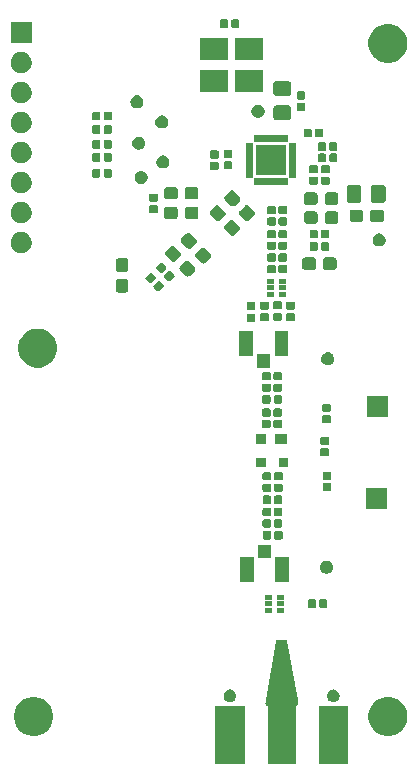
<source format=gts>
%TF.GenerationSoftware,KiCad,Pcbnew,5.1.5-52549c5~84~ubuntu19.10.1*%
%TF.CreationDate,2019-12-20T00:10:48-05:00*%
%TF.ProjectId,test-mixer,74657374-2d6d-4697-9865-722e6b696361,rev?*%
%TF.SameCoordinates,Original*%
%TF.FileFunction,Soldermask,Top*%
%TF.FilePolarity,Negative*%
%FSLAX46Y46*%
G04 Gerber Fmt 4.6, Leading zero omitted, Abs format (unit mm)*
G04 Created by KiCad (PCBNEW 5.1.5-52549c5~84~ubuntu19.10.1) date 2019-12-20 00:10:48*
%MOMM*%
%LPD*%
G04 APERTURE LIST*
%ADD10C,0.100000*%
G04 APERTURE END LIST*
D10*
G36*
X47638800Y-141000800D02*
G01*
X45124200Y-141000800D01*
X45124200Y-136069200D01*
X47638800Y-136069200D01*
X47638800Y-141000800D01*
G37*
G36*
X42439957Y-130529934D02*
G01*
X42449536Y-130532840D01*
X42458359Y-130537556D01*
X42466095Y-130543905D01*
X42472444Y-130551641D01*
X42477003Y-130560171D01*
X42477004Y-130560174D01*
X42477160Y-130560466D01*
X42480308Y-130571353D01*
X42480413Y-130571965D01*
X42481029Y-130574095D01*
X43346216Y-135607906D01*
X43348857Y-135617508D01*
X43353320Y-135626410D01*
X43358900Y-135633584D01*
X43358900Y-135677372D01*
X43359634Y-135685977D01*
X43360129Y-135688857D01*
X43361029Y-135701333D01*
X43359292Y-135715236D01*
X43358900Y-135721534D01*
X43358900Y-135853301D01*
X43359876Y-135863211D01*
X43362767Y-135872741D01*
X43367461Y-135881523D01*
X43373779Y-135889221D01*
X43381477Y-135895539D01*
X43390259Y-135900233D01*
X43399789Y-135903124D01*
X43409699Y-135904100D01*
X43430743Y-135904100D01*
X43373779Y-135961064D01*
X43367461Y-135968762D01*
X43362767Y-135977544D01*
X43359876Y-135987074D01*
X43358900Y-135996984D01*
X43358900Y-136005700D01*
X43350184Y-136005700D01*
X43340274Y-136006676D01*
X43330744Y-136009567D01*
X43321962Y-136014261D01*
X43314264Y-136020579D01*
X43208679Y-136126164D01*
X43202361Y-136133862D01*
X43197667Y-136142644D01*
X43194776Y-136152174D01*
X43193800Y-136162084D01*
X43193800Y-141000800D01*
X40806200Y-141000800D01*
X40806200Y-136162084D01*
X40805224Y-136152174D01*
X40802333Y-136142644D01*
X40797639Y-136133862D01*
X40791321Y-136126164D01*
X40685736Y-136020579D01*
X40678038Y-136014261D01*
X40669256Y-136009567D01*
X40659726Y-136006676D01*
X40649816Y-136005700D01*
X40641100Y-136005700D01*
X40641100Y-135996984D01*
X40640124Y-135987074D01*
X40637233Y-135977544D01*
X40632539Y-135968762D01*
X40626221Y-135961064D01*
X40569257Y-135904100D01*
X40590301Y-135904100D01*
X40600211Y-135903124D01*
X40609741Y-135900233D01*
X40618523Y-135895539D01*
X40626221Y-135889221D01*
X40632539Y-135881523D01*
X40637233Y-135872741D01*
X40640124Y-135863211D01*
X40641100Y-135853301D01*
X40641100Y-135721335D01*
X40640155Y-135714964D01*
X40640425Y-135714937D01*
X40638921Y-135699666D01*
X40639815Y-135689184D01*
X40640366Y-135685977D01*
X40641100Y-135677372D01*
X40641100Y-135633441D01*
X40645957Y-135627523D01*
X40650651Y-135618741D01*
X40653784Y-135607906D01*
X41519027Y-130573765D01*
X41522343Y-130561708D01*
X41524568Y-130557271D01*
X41526830Y-130552759D01*
X41532974Y-130544861D01*
X41532976Y-130544858D01*
X41540540Y-130538313D01*
X41540541Y-130538312D01*
X41549240Y-130533366D01*
X41558736Y-130530212D01*
X41570000Y-130528954D01*
X41570625Y-130528954D01*
X41572828Y-130528708D01*
X42427507Y-130528708D01*
X42439957Y-130529934D01*
G37*
G36*
X38875800Y-141000800D02*
G01*
X36361200Y-141000800D01*
X36361200Y-136069200D01*
X38875800Y-136069200D01*
X38875800Y-141000800D01*
G37*
G36*
X21481521Y-135412639D02*
G01*
X21781947Y-135537080D01*
X22052324Y-135717740D01*
X22282260Y-135947676D01*
X22462920Y-136218053D01*
X22587361Y-136518479D01*
X22650800Y-136837410D01*
X22650800Y-137162590D01*
X22587361Y-137481521D01*
X22462920Y-137781947D01*
X22282260Y-138052324D01*
X22052324Y-138282260D01*
X21781947Y-138462920D01*
X21481521Y-138587361D01*
X21162590Y-138650800D01*
X20837410Y-138650800D01*
X20518479Y-138587361D01*
X20218053Y-138462920D01*
X19947676Y-138282260D01*
X19717740Y-138052324D01*
X19537080Y-137781947D01*
X19412639Y-137481521D01*
X19349200Y-137162590D01*
X19349200Y-136837410D01*
X19412639Y-136518479D01*
X19537080Y-136218053D01*
X19717740Y-135947676D01*
X19947676Y-135717740D01*
X20218053Y-135537080D01*
X20518479Y-135412639D01*
X20837410Y-135349200D01*
X21162590Y-135349200D01*
X21481521Y-135412639D01*
G37*
G36*
X51481521Y-135412639D02*
G01*
X51781947Y-135537080D01*
X52052324Y-135717740D01*
X52282260Y-135947676D01*
X52462920Y-136218053D01*
X52587361Y-136518479D01*
X52650800Y-136837410D01*
X52650800Y-137162590D01*
X52587361Y-137481521D01*
X52462920Y-137781947D01*
X52282260Y-138052324D01*
X52052324Y-138282260D01*
X51781947Y-138462920D01*
X51481521Y-138587361D01*
X51162590Y-138650800D01*
X50837410Y-138650800D01*
X50518479Y-138587361D01*
X50218053Y-138462920D01*
X49947676Y-138282260D01*
X49717740Y-138052324D01*
X49537080Y-137781947D01*
X49412639Y-137481521D01*
X49349200Y-137162590D01*
X49349200Y-136837410D01*
X49412639Y-136518479D01*
X49537080Y-136218053D01*
X49717740Y-135947676D01*
X49947676Y-135717740D01*
X50218053Y-135537080D01*
X50518479Y-135412639D01*
X50837410Y-135349200D01*
X51162590Y-135349200D01*
X51481521Y-135412639D01*
G37*
G36*
X46537088Y-134718098D02*
G01*
X46634157Y-134758305D01*
X46634160Y-134758307D01*
X46721523Y-134816681D01*
X46795819Y-134890977D01*
X46854193Y-134978340D01*
X46854195Y-134978343D01*
X46894402Y-135075412D01*
X46914900Y-135178464D01*
X46914900Y-135283536D01*
X46894402Y-135386588D01*
X46854195Y-135483657D01*
X46854193Y-135483660D01*
X46795819Y-135571023D01*
X46721523Y-135645319D01*
X46655874Y-135689184D01*
X46634157Y-135703695D01*
X46537088Y-135743902D01*
X46434036Y-135764400D01*
X46328964Y-135764400D01*
X46225912Y-135743902D01*
X46128843Y-135703695D01*
X46107126Y-135689184D01*
X46041477Y-135645319D01*
X45967181Y-135571023D01*
X45908807Y-135483660D01*
X45908805Y-135483657D01*
X45868598Y-135386588D01*
X45848100Y-135283536D01*
X45848100Y-135178464D01*
X45868598Y-135075412D01*
X45908805Y-134978343D01*
X45908807Y-134978340D01*
X45967181Y-134890977D01*
X46041477Y-134816681D01*
X46128840Y-134758307D01*
X46128843Y-134758305D01*
X46225912Y-134718098D01*
X46328964Y-134697600D01*
X46434036Y-134697600D01*
X46537088Y-134718098D01*
G37*
G36*
X37774088Y-134718098D02*
G01*
X37871157Y-134758305D01*
X37871160Y-134758307D01*
X37958523Y-134816681D01*
X38032819Y-134890977D01*
X38091193Y-134978340D01*
X38091195Y-134978343D01*
X38131402Y-135075412D01*
X38151900Y-135178464D01*
X38151900Y-135283536D01*
X38131402Y-135386588D01*
X38091195Y-135483657D01*
X38091193Y-135483660D01*
X38032819Y-135571023D01*
X37958523Y-135645319D01*
X37892874Y-135689184D01*
X37871157Y-135703695D01*
X37774088Y-135743902D01*
X37671036Y-135764400D01*
X37565964Y-135764400D01*
X37462912Y-135743902D01*
X37365843Y-135703695D01*
X37344126Y-135689184D01*
X37278477Y-135645319D01*
X37204181Y-135571023D01*
X37145807Y-135483660D01*
X37145805Y-135483657D01*
X37105598Y-135386588D01*
X37085100Y-135283536D01*
X37085100Y-135178464D01*
X37105598Y-135075412D01*
X37145805Y-134978343D01*
X37145807Y-134978340D01*
X37204181Y-134890977D01*
X37278477Y-134816681D01*
X37365840Y-134758307D01*
X37365843Y-134758305D01*
X37462912Y-134718098D01*
X37565964Y-134697600D01*
X37671036Y-134697600D01*
X37774088Y-134718098D01*
G37*
G36*
X41200800Y-128200800D02*
G01*
X40599200Y-128200800D01*
X40599200Y-127799200D01*
X41200800Y-127799200D01*
X41200800Y-128200800D01*
G37*
G36*
X42200800Y-128200800D02*
G01*
X41599200Y-128200800D01*
X41599200Y-127799200D01*
X42200800Y-127799200D01*
X42200800Y-128200800D01*
G37*
G36*
X45762027Y-127082275D02*
G01*
X45789650Y-127090654D01*
X45815113Y-127104264D01*
X45837425Y-127122575D01*
X45855736Y-127144887D01*
X45869346Y-127170350D01*
X45877725Y-127197973D01*
X45880800Y-127229191D01*
X45880800Y-127670809D01*
X45877725Y-127702027D01*
X45869346Y-127729650D01*
X45855736Y-127755113D01*
X45837425Y-127777425D01*
X45815113Y-127795736D01*
X45789650Y-127809346D01*
X45762027Y-127817725D01*
X45730809Y-127820800D01*
X45339191Y-127820800D01*
X45307973Y-127817725D01*
X45280350Y-127809346D01*
X45254887Y-127795736D01*
X45232575Y-127777425D01*
X45214264Y-127755113D01*
X45200654Y-127729650D01*
X45192275Y-127702027D01*
X45189200Y-127670809D01*
X45189200Y-127229191D01*
X45192275Y-127197973D01*
X45200654Y-127170350D01*
X45214264Y-127144887D01*
X45232575Y-127122575D01*
X45254887Y-127104264D01*
X45280350Y-127090654D01*
X45307973Y-127082275D01*
X45339191Y-127079200D01*
X45730809Y-127079200D01*
X45762027Y-127082275D01*
G37*
G36*
X44792027Y-127082275D02*
G01*
X44819650Y-127090654D01*
X44845113Y-127104264D01*
X44867425Y-127122575D01*
X44885736Y-127144887D01*
X44899346Y-127170350D01*
X44907725Y-127197973D01*
X44910800Y-127229191D01*
X44910800Y-127670809D01*
X44907725Y-127702027D01*
X44899346Y-127729650D01*
X44885736Y-127755113D01*
X44867425Y-127777425D01*
X44845113Y-127795736D01*
X44819650Y-127809346D01*
X44792027Y-127817725D01*
X44760809Y-127820800D01*
X44369191Y-127820800D01*
X44337973Y-127817725D01*
X44310350Y-127809346D01*
X44284887Y-127795736D01*
X44262575Y-127777425D01*
X44244264Y-127755113D01*
X44230654Y-127729650D01*
X44222275Y-127702027D01*
X44219200Y-127670809D01*
X44219200Y-127229191D01*
X44222275Y-127197973D01*
X44230654Y-127170350D01*
X44244264Y-127144887D01*
X44262575Y-127122575D01*
X44284887Y-127104264D01*
X44310350Y-127090654D01*
X44337973Y-127082275D01*
X44369191Y-127079200D01*
X44760809Y-127079200D01*
X44792027Y-127082275D01*
G37*
G36*
X42200800Y-127650800D02*
G01*
X41599200Y-127650800D01*
X41599200Y-127249200D01*
X42200800Y-127249200D01*
X42200800Y-127650800D01*
G37*
G36*
X41200800Y-127650800D02*
G01*
X40599200Y-127650800D01*
X40599200Y-127249200D01*
X41200800Y-127249200D01*
X41200800Y-127650800D01*
G37*
G36*
X42200800Y-127100800D02*
G01*
X41599200Y-127100800D01*
X41599200Y-126699200D01*
X42200800Y-126699200D01*
X42200800Y-127100800D01*
G37*
G36*
X41200800Y-127100800D02*
G01*
X40599200Y-127100800D01*
X40599200Y-126699200D01*
X41200800Y-126699200D01*
X41200800Y-127100800D01*
G37*
G36*
X42620800Y-125600800D02*
G01*
X41469200Y-125600800D01*
X41469200Y-123499200D01*
X42620800Y-123499200D01*
X42620800Y-125600800D01*
G37*
G36*
X39630800Y-125600800D02*
G01*
X38479200Y-125600800D01*
X38479200Y-123499200D01*
X39630800Y-123499200D01*
X39630800Y-125600800D01*
G37*
G36*
X45960663Y-123820367D02*
G01*
X46060902Y-123861887D01*
X46151116Y-123922166D01*
X46227834Y-123998884D01*
X46288113Y-124089098D01*
X46329633Y-124189337D01*
X46350800Y-124295751D01*
X46350800Y-124404249D01*
X46329633Y-124510663D01*
X46288113Y-124610902D01*
X46227834Y-124701116D01*
X46151116Y-124777834D01*
X46060902Y-124838113D01*
X45960663Y-124879633D01*
X45854249Y-124900800D01*
X45745751Y-124900800D01*
X45639337Y-124879633D01*
X45539098Y-124838113D01*
X45448884Y-124777834D01*
X45372166Y-124701116D01*
X45311887Y-124610902D01*
X45270367Y-124510663D01*
X45249200Y-124404249D01*
X45249200Y-124295751D01*
X45270367Y-124189337D01*
X45311887Y-124089098D01*
X45372166Y-123998884D01*
X45448884Y-123922166D01*
X45539098Y-123861887D01*
X45639337Y-123820367D01*
X45745751Y-123799200D01*
X45854249Y-123799200D01*
X45960663Y-123820367D01*
G37*
G36*
X41100800Y-123600800D02*
G01*
X39999200Y-123600800D01*
X39999200Y-122449200D01*
X41100800Y-122449200D01*
X41100800Y-123600800D01*
G37*
G36*
X41962027Y-121282275D02*
G01*
X41989650Y-121290654D01*
X42015113Y-121304264D01*
X42037425Y-121322575D01*
X42055736Y-121344887D01*
X42069346Y-121370350D01*
X42077725Y-121397973D01*
X42080800Y-121429191D01*
X42080800Y-121870809D01*
X42077725Y-121902027D01*
X42069346Y-121929650D01*
X42055736Y-121955113D01*
X42037425Y-121977425D01*
X42015113Y-121995736D01*
X41989650Y-122009346D01*
X41962027Y-122017725D01*
X41930809Y-122020800D01*
X41539191Y-122020800D01*
X41507973Y-122017725D01*
X41480350Y-122009346D01*
X41454887Y-121995736D01*
X41432575Y-121977425D01*
X41414264Y-121955113D01*
X41400654Y-121929650D01*
X41392275Y-121902027D01*
X41389200Y-121870809D01*
X41389200Y-121429191D01*
X41392275Y-121397973D01*
X41400654Y-121370350D01*
X41414264Y-121344887D01*
X41432575Y-121322575D01*
X41454887Y-121304264D01*
X41480350Y-121290654D01*
X41507973Y-121282275D01*
X41539191Y-121279200D01*
X41930809Y-121279200D01*
X41962027Y-121282275D01*
G37*
G36*
X40992027Y-121282275D02*
G01*
X41019650Y-121290654D01*
X41045113Y-121304264D01*
X41067425Y-121322575D01*
X41085736Y-121344887D01*
X41099346Y-121370350D01*
X41107725Y-121397973D01*
X41110800Y-121429191D01*
X41110800Y-121870809D01*
X41107725Y-121902027D01*
X41099346Y-121929650D01*
X41085736Y-121955113D01*
X41067425Y-121977425D01*
X41045113Y-121995736D01*
X41019650Y-122009346D01*
X40992027Y-122017725D01*
X40960809Y-122020800D01*
X40569191Y-122020800D01*
X40537973Y-122017725D01*
X40510350Y-122009346D01*
X40484887Y-121995736D01*
X40462575Y-121977425D01*
X40444264Y-121955113D01*
X40430654Y-121929650D01*
X40422275Y-121902027D01*
X40419200Y-121870809D01*
X40419200Y-121429191D01*
X40422275Y-121397973D01*
X40430654Y-121370350D01*
X40444264Y-121344887D01*
X40462575Y-121322575D01*
X40484887Y-121304264D01*
X40510350Y-121290654D01*
X40537973Y-121282275D01*
X40569191Y-121279200D01*
X40960809Y-121279200D01*
X40992027Y-121282275D01*
G37*
G36*
X41952027Y-120317275D02*
G01*
X41979650Y-120325654D01*
X42005113Y-120339264D01*
X42027425Y-120357575D01*
X42045736Y-120379887D01*
X42059346Y-120405350D01*
X42067725Y-120432973D01*
X42070800Y-120464191D01*
X42070800Y-120855809D01*
X42067725Y-120887027D01*
X42059346Y-120914650D01*
X42045736Y-120940113D01*
X42027425Y-120962425D01*
X42005113Y-120980736D01*
X41979650Y-120994346D01*
X41952027Y-121002725D01*
X41920809Y-121005800D01*
X41479191Y-121005800D01*
X41447973Y-121002725D01*
X41420350Y-120994346D01*
X41394887Y-120980736D01*
X41372575Y-120962425D01*
X41354264Y-120940113D01*
X41340654Y-120914650D01*
X41332275Y-120887027D01*
X41329200Y-120855809D01*
X41329200Y-120464191D01*
X41332275Y-120432973D01*
X41340654Y-120405350D01*
X41354264Y-120379887D01*
X41372575Y-120357575D01*
X41394887Y-120339264D01*
X41420350Y-120325654D01*
X41447973Y-120317275D01*
X41479191Y-120314200D01*
X41920809Y-120314200D01*
X41952027Y-120317275D01*
G37*
G36*
X41002027Y-120317275D02*
G01*
X41029650Y-120325654D01*
X41055113Y-120339264D01*
X41077425Y-120357575D01*
X41095736Y-120379887D01*
X41109346Y-120405350D01*
X41117725Y-120432973D01*
X41120800Y-120464191D01*
X41120800Y-120855809D01*
X41117725Y-120887027D01*
X41109346Y-120914650D01*
X41095736Y-120940113D01*
X41077425Y-120962425D01*
X41055113Y-120980736D01*
X41029650Y-120994346D01*
X41002027Y-121002725D01*
X40970809Y-121005800D01*
X40529191Y-121005800D01*
X40497973Y-121002725D01*
X40470350Y-120994346D01*
X40444887Y-120980736D01*
X40422575Y-120962425D01*
X40404264Y-120940113D01*
X40390654Y-120914650D01*
X40382275Y-120887027D01*
X40379200Y-120855809D01*
X40379200Y-120464191D01*
X40382275Y-120432973D01*
X40390654Y-120405350D01*
X40404264Y-120379887D01*
X40422575Y-120357575D01*
X40444887Y-120339264D01*
X40470350Y-120325654D01*
X40497973Y-120317275D01*
X40529191Y-120314200D01*
X40970809Y-120314200D01*
X41002027Y-120317275D01*
G37*
G36*
X41952027Y-119347275D02*
G01*
X41979650Y-119355654D01*
X42005113Y-119369264D01*
X42027425Y-119387575D01*
X42045736Y-119409887D01*
X42059346Y-119435350D01*
X42067725Y-119462973D01*
X42070800Y-119494191D01*
X42070800Y-119885809D01*
X42067725Y-119917027D01*
X42059346Y-119944650D01*
X42045736Y-119970113D01*
X42027425Y-119992425D01*
X42005113Y-120010736D01*
X41979650Y-120024346D01*
X41952027Y-120032725D01*
X41920809Y-120035800D01*
X41479191Y-120035800D01*
X41447973Y-120032725D01*
X41420350Y-120024346D01*
X41394887Y-120010736D01*
X41372575Y-119992425D01*
X41354264Y-119970113D01*
X41340654Y-119944650D01*
X41332275Y-119917027D01*
X41329200Y-119885809D01*
X41329200Y-119494191D01*
X41332275Y-119462973D01*
X41340654Y-119435350D01*
X41354264Y-119409887D01*
X41372575Y-119387575D01*
X41394887Y-119369264D01*
X41420350Y-119355654D01*
X41447973Y-119347275D01*
X41479191Y-119344200D01*
X41920809Y-119344200D01*
X41952027Y-119347275D01*
G37*
G36*
X41002027Y-119347275D02*
G01*
X41029650Y-119355654D01*
X41055113Y-119369264D01*
X41077425Y-119387575D01*
X41095736Y-119409887D01*
X41109346Y-119435350D01*
X41117725Y-119462973D01*
X41120800Y-119494191D01*
X41120800Y-119885809D01*
X41117725Y-119917027D01*
X41109346Y-119944650D01*
X41095736Y-119970113D01*
X41077425Y-119992425D01*
X41055113Y-120010736D01*
X41029650Y-120024346D01*
X41002027Y-120032725D01*
X40970809Y-120035800D01*
X40529191Y-120035800D01*
X40497973Y-120032725D01*
X40470350Y-120024346D01*
X40444887Y-120010736D01*
X40422575Y-119992425D01*
X40404264Y-119970113D01*
X40390654Y-119944650D01*
X40382275Y-119917027D01*
X40379200Y-119885809D01*
X40379200Y-119494191D01*
X40382275Y-119462973D01*
X40390654Y-119435350D01*
X40404264Y-119409887D01*
X40422575Y-119387575D01*
X40444887Y-119369264D01*
X40470350Y-119355654D01*
X40497973Y-119347275D01*
X40529191Y-119344200D01*
X40970809Y-119344200D01*
X41002027Y-119347275D01*
G37*
G36*
X50950800Y-119450800D02*
G01*
X49149200Y-119450800D01*
X49149200Y-117649200D01*
X50950800Y-117649200D01*
X50950800Y-119450800D01*
G37*
G36*
X41937027Y-118282275D02*
G01*
X41964650Y-118290654D01*
X41990113Y-118304264D01*
X42012425Y-118322575D01*
X42030736Y-118344887D01*
X42044346Y-118370350D01*
X42052725Y-118397973D01*
X42055800Y-118429191D01*
X42055800Y-118870809D01*
X42052725Y-118902027D01*
X42044346Y-118929650D01*
X42030736Y-118955113D01*
X42012425Y-118977425D01*
X41990113Y-118995736D01*
X41964650Y-119009346D01*
X41937027Y-119017725D01*
X41905809Y-119020800D01*
X41514191Y-119020800D01*
X41482973Y-119017725D01*
X41455350Y-119009346D01*
X41429887Y-118995736D01*
X41407575Y-118977425D01*
X41389264Y-118955113D01*
X41375654Y-118929650D01*
X41367275Y-118902027D01*
X41364200Y-118870809D01*
X41364200Y-118429191D01*
X41367275Y-118397973D01*
X41375654Y-118370350D01*
X41389264Y-118344887D01*
X41407575Y-118322575D01*
X41429887Y-118304264D01*
X41455350Y-118290654D01*
X41482973Y-118282275D01*
X41514191Y-118279200D01*
X41905809Y-118279200D01*
X41937027Y-118282275D01*
G37*
G36*
X40967027Y-118282275D02*
G01*
X40994650Y-118290654D01*
X41020113Y-118304264D01*
X41042425Y-118322575D01*
X41060736Y-118344887D01*
X41074346Y-118370350D01*
X41082725Y-118397973D01*
X41085800Y-118429191D01*
X41085800Y-118870809D01*
X41082725Y-118902027D01*
X41074346Y-118929650D01*
X41060736Y-118955113D01*
X41042425Y-118977425D01*
X41020113Y-118995736D01*
X40994650Y-119009346D01*
X40967027Y-119017725D01*
X40935809Y-119020800D01*
X40544191Y-119020800D01*
X40512973Y-119017725D01*
X40485350Y-119009346D01*
X40459887Y-118995736D01*
X40437575Y-118977425D01*
X40419264Y-118955113D01*
X40405654Y-118929650D01*
X40397275Y-118902027D01*
X40394200Y-118870809D01*
X40394200Y-118429191D01*
X40397275Y-118397973D01*
X40405654Y-118370350D01*
X40419264Y-118344887D01*
X40437575Y-118322575D01*
X40459887Y-118304264D01*
X40485350Y-118290654D01*
X40512973Y-118282275D01*
X40544191Y-118279200D01*
X40935809Y-118279200D01*
X40967027Y-118282275D01*
G37*
G36*
X41002027Y-117292275D02*
G01*
X41029650Y-117300654D01*
X41055113Y-117314264D01*
X41077425Y-117332575D01*
X41095736Y-117354887D01*
X41109346Y-117380350D01*
X41117725Y-117407973D01*
X41120800Y-117439191D01*
X41120800Y-117830809D01*
X41117725Y-117862027D01*
X41109346Y-117889650D01*
X41095736Y-117915113D01*
X41077425Y-117937425D01*
X41055113Y-117955736D01*
X41029650Y-117969346D01*
X41002027Y-117977725D01*
X40970809Y-117980800D01*
X40529191Y-117980800D01*
X40497973Y-117977725D01*
X40470350Y-117969346D01*
X40444887Y-117955736D01*
X40422575Y-117937425D01*
X40404264Y-117915113D01*
X40390654Y-117889650D01*
X40382275Y-117862027D01*
X40379200Y-117830809D01*
X40379200Y-117439191D01*
X40382275Y-117407973D01*
X40390654Y-117380350D01*
X40404264Y-117354887D01*
X40422575Y-117332575D01*
X40444887Y-117314264D01*
X40470350Y-117300654D01*
X40497973Y-117292275D01*
X40529191Y-117289200D01*
X40970809Y-117289200D01*
X41002027Y-117292275D01*
G37*
G36*
X41977027Y-117292275D02*
G01*
X42004650Y-117300654D01*
X42030113Y-117314264D01*
X42052425Y-117332575D01*
X42070736Y-117354887D01*
X42084346Y-117380350D01*
X42092725Y-117407973D01*
X42095800Y-117439191D01*
X42095800Y-117830809D01*
X42092725Y-117862027D01*
X42084346Y-117889650D01*
X42070736Y-117915113D01*
X42052425Y-117937425D01*
X42030113Y-117955736D01*
X42004650Y-117969346D01*
X41977027Y-117977725D01*
X41945809Y-117980800D01*
X41504191Y-117980800D01*
X41472973Y-117977725D01*
X41445350Y-117969346D01*
X41419887Y-117955736D01*
X41397575Y-117937425D01*
X41379264Y-117915113D01*
X41365654Y-117889650D01*
X41357275Y-117862027D01*
X41354200Y-117830809D01*
X41354200Y-117439191D01*
X41357275Y-117407973D01*
X41365654Y-117380350D01*
X41379264Y-117354887D01*
X41397575Y-117332575D01*
X41419887Y-117314264D01*
X41445350Y-117300654D01*
X41472973Y-117292275D01*
X41504191Y-117289200D01*
X41945809Y-117289200D01*
X41977027Y-117292275D01*
G37*
G36*
X46102027Y-117242275D02*
G01*
X46129650Y-117250654D01*
X46155113Y-117264264D01*
X46177425Y-117282575D01*
X46195736Y-117304887D01*
X46209346Y-117330350D01*
X46217725Y-117357973D01*
X46220800Y-117389191D01*
X46220800Y-117780809D01*
X46217725Y-117812027D01*
X46209346Y-117839650D01*
X46195736Y-117865113D01*
X46177425Y-117887425D01*
X46155113Y-117905736D01*
X46129650Y-117919346D01*
X46102027Y-117927725D01*
X46070809Y-117930800D01*
X45629191Y-117930800D01*
X45597973Y-117927725D01*
X45570350Y-117919346D01*
X45544887Y-117905736D01*
X45522575Y-117887425D01*
X45504264Y-117865113D01*
X45490654Y-117839650D01*
X45482275Y-117812027D01*
X45479200Y-117780809D01*
X45479200Y-117389191D01*
X45482275Y-117357973D01*
X45490654Y-117330350D01*
X45504264Y-117304887D01*
X45522575Y-117282575D01*
X45544887Y-117264264D01*
X45570350Y-117250654D01*
X45597973Y-117242275D01*
X45629191Y-117239200D01*
X46070809Y-117239200D01*
X46102027Y-117242275D01*
G37*
G36*
X41002027Y-116322275D02*
G01*
X41029650Y-116330654D01*
X41055113Y-116344264D01*
X41077425Y-116362575D01*
X41095736Y-116384887D01*
X41109346Y-116410350D01*
X41117725Y-116437973D01*
X41120800Y-116469191D01*
X41120800Y-116860809D01*
X41117725Y-116892027D01*
X41109346Y-116919650D01*
X41095736Y-116945113D01*
X41077425Y-116967425D01*
X41055113Y-116985736D01*
X41029650Y-116999346D01*
X41002027Y-117007725D01*
X40970809Y-117010800D01*
X40529191Y-117010800D01*
X40497973Y-117007725D01*
X40470350Y-116999346D01*
X40444887Y-116985736D01*
X40422575Y-116967425D01*
X40404264Y-116945113D01*
X40390654Y-116919650D01*
X40382275Y-116892027D01*
X40379200Y-116860809D01*
X40379200Y-116469191D01*
X40382275Y-116437973D01*
X40390654Y-116410350D01*
X40404264Y-116384887D01*
X40422575Y-116362575D01*
X40444887Y-116344264D01*
X40470350Y-116330654D01*
X40497973Y-116322275D01*
X40529191Y-116319200D01*
X40970809Y-116319200D01*
X41002027Y-116322275D01*
G37*
G36*
X41977027Y-116322275D02*
G01*
X42004650Y-116330654D01*
X42030113Y-116344264D01*
X42052425Y-116362575D01*
X42070736Y-116384887D01*
X42084346Y-116410350D01*
X42092725Y-116437973D01*
X42095800Y-116469191D01*
X42095800Y-116860809D01*
X42092725Y-116892027D01*
X42084346Y-116919650D01*
X42070736Y-116945113D01*
X42052425Y-116967425D01*
X42030113Y-116985736D01*
X42004650Y-116999346D01*
X41977027Y-117007725D01*
X41945809Y-117010800D01*
X41504191Y-117010800D01*
X41472973Y-117007725D01*
X41445350Y-116999346D01*
X41419887Y-116985736D01*
X41397575Y-116967425D01*
X41379264Y-116945113D01*
X41365654Y-116919650D01*
X41357275Y-116892027D01*
X41354200Y-116860809D01*
X41354200Y-116469191D01*
X41357275Y-116437973D01*
X41365654Y-116410350D01*
X41379264Y-116384887D01*
X41397575Y-116362575D01*
X41419887Y-116344264D01*
X41445350Y-116330654D01*
X41472973Y-116322275D01*
X41504191Y-116319200D01*
X41945809Y-116319200D01*
X41977027Y-116322275D01*
G37*
G36*
X46102027Y-116272275D02*
G01*
X46129650Y-116280654D01*
X46155113Y-116294264D01*
X46177425Y-116312575D01*
X46195736Y-116334887D01*
X46209346Y-116360350D01*
X46217725Y-116387973D01*
X46220800Y-116419191D01*
X46220800Y-116810809D01*
X46217725Y-116842027D01*
X46209346Y-116869650D01*
X46195736Y-116895113D01*
X46177425Y-116917425D01*
X46155113Y-116935736D01*
X46129650Y-116949346D01*
X46102027Y-116957725D01*
X46070809Y-116960800D01*
X45629191Y-116960800D01*
X45597973Y-116957725D01*
X45570350Y-116949346D01*
X45544887Y-116935736D01*
X45522575Y-116917425D01*
X45504264Y-116895113D01*
X45490654Y-116869650D01*
X45482275Y-116842027D01*
X45479200Y-116810809D01*
X45479200Y-116419191D01*
X45482275Y-116387973D01*
X45490654Y-116360350D01*
X45504264Y-116334887D01*
X45522575Y-116312575D01*
X45544887Y-116294264D01*
X45570350Y-116280654D01*
X45597973Y-116272275D01*
X45629191Y-116269200D01*
X46070809Y-116269200D01*
X46102027Y-116272275D01*
G37*
G36*
X40650000Y-115900000D02*
G01*
X39850000Y-115900000D01*
X39850000Y-115100000D01*
X40650000Y-115100000D01*
X40650000Y-115900000D01*
G37*
G36*
X42550000Y-115900000D02*
G01*
X41750000Y-115900000D01*
X41750000Y-115100000D01*
X42550000Y-115100000D01*
X42550000Y-115900000D01*
G37*
G36*
X45902027Y-114292275D02*
G01*
X45929650Y-114300654D01*
X45955113Y-114314264D01*
X45977425Y-114332575D01*
X45995736Y-114354887D01*
X46009346Y-114380350D01*
X46017725Y-114407973D01*
X46020800Y-114439191D01*
X46020800Y-114830809D01*
X46017725Y-114862027D01*
X46009346Y-114889650D01*
X45995736Y-114915113D01*
X45977425Y-114937425D01*
X45955113Y-114955736D01*
X45929650Y-114969346D01*
X45902027Y-114977725D01*
X45870809Y-114980800D01*
X45429191Y-114980800D01*
X45397973Y-114977725D01*
X45370350Y-114969346D01*
X45344887Y-114955736D01*
X45322575Y-114937425D01*
X45304264Y-114915113D01*
X45290654Y-114889650D01*
X45282275Y-114862027D01*
X45279200Y-114830809D01*
X45279200Y-114439191D01*
X45282275Y-114407973D01*
X45290654Y-114380350D01*
X45304264Y-114354887D01*
X45322575Y-114332575D01*
X45344887Y-114314264D01*
X45370350Y-114300654D01*
X45397973Y-114292275D01*
X45429191Y-114289200D01*
X45870809Y-114289200D01*
X45902027Y-114292275D01*
G37*
G36*
X45902027Y-113322275D02*
G01*
X45929650Y-113330654D01*
X45955113Y-113344264D01*
X45977425Y-113362575D01*
X45995736Y-113384887D01*
X46009346Y-113410350D01*
X46017725Y-113437973D01*
X46020800Y-113469191D01*
X46020800Y-113860809D01*
X46017725Y-113892027D01*
X46009346Y-113919650D01*
X45995736Y-113945113D01*
X45977425Y-113967425D01*
X45955113Y-113985736D01*
X45929650Y-113999346D01*
X45902027Y-114007725D01*
X45870809Y-114010800D01*
X45429191Y-114010800D01*
X45397973Y-114007725D01*
X45370350Y-113999346D01*
X45344887Y-113985736D01*
X45322575Y-113967425D01*
X45304264Y-113945113D01*
X45290654Y-113919650D01*
X45282275Y-113892027D01*
X45279200Y-113860809D01*
X45279200Y-113469191D01*
X45282275Y-113437973D01*
X45290654Y-113410350D01*
X45304264Y-113384887D01*
X45322575Y-113362575D01*
X45344887Y-113344264D01*
X45370350Y-113330654D01*
X45397973Y-113322275D01*
X45429191Y-113319200D01*
X45870809Y-113319200D01*
X45902027Y-113322275D01*
G37*
G36*
X40650000Y-113900000D02*
G01*
X39850000Y-113900000D01*
X39850000Y-113100000D01*
X40650000Y-113100000D01*
X40650000Y-113900000D01*
G37*
G36*
X42450000Y-113900000D02*
G01*
X41450000Y-113900000D01*
X41450000Y-113100000D01*
X42450000Y-113100000D01*
X42450000Y-113900000D01*
G37*
G36*
X40952027Y-111892275D02*
G01*
X40979650Y-111900654D01*
X41005113Y-111914264D01*
X41027425Y-111932575D01*
X41045736Y-111954887D01*
X41059346Y-111980350D01*
X41067725Y-112007973D01*
X41070800Y-112039191D01*
X41070800Y-112430809D01*
X41067725Y-112462027D01*
X41059346Y-112489650D01*
X41045736Y-112515113D01*
X41027425Y-112537425D01*
X41005113Y-112555736D01*
X40979650Y-112569346D01*
X40952027Y-112577725D01*
X40920809Y-112580800D01*
X40479191Y-112580800D01*
X40447973Y-112577725D01*
X40420350Y-112569346D01*
X40394887Y-112555736D01*
X40372575Y-112537425D01*
X40354264Y-112515113D01*
X40340654Y-112489650D01*
X40332275Y-112462027D01*
X40329200Y-112430809D01*
X40329200Y-112039191D01*
X40332275Y-112007973D01*
X40340654Y-111980350D01*
X40354264Y-111954887D01*
X40372575Y-111932575D01*
X40394887Y-111914264D01*
X40420350Y-111900654D01*
X40447973Y-111892275D01*
X40479191Y-111889200D01*
X40920809Y-111889200D01*
X40952027Y-111892275D01*
G37*
G36*
X41927027Y-111892275D02*
G01*
X41954650Y-111900654D01*
X41980113Y-111914264D01*
X42002425Y-111932575D01*
X42020736Y-111954887D01*
X42034346Y-111980350D01*
X42042725Y-112007973D01*
X42045800Y-112039191D01*
X42045800Y-112430809D01*
X42042725Y-112462027D01*
X42034346Y-112489650D01*
X42020736Y-112515113D01*
X42002425Y-112537425D01*
X41980113Y-112555736D01*
X41954650Y-112569346D01*
X41927027Y-112577725D01*
X41895809Y-112580800D01*
X41454191Y-112580800D01*
X41422973Y-112577725D01*
X41395350Y-112569346D01*
X41369887Y-112555736D01*
X41347575Y-112537425D01*
X41329264Y-112515113D01*
X41315654Y-112489650D01*
X41307275Y-112462027D01*
X41304200Y-112430809D01*
X41304200Y-112039191D01*
X41307275Y-112007973D01*
X41315654Y-111980350D01*
X41329264Y-111954887D01*
X41347575Y-111932575D01*
X41369887Y-111914264D01*
X41395350Y-111900654D01*
X41422973Y-111892275D01*
X41454191Y-111889200D01*
X41895809Y-111889200D01*
X41927027Y-111892275D01*
G37*
G36*
X46052027Y-111492275D02*
G01*
X46079650Y-111500654D01*
X46105113Y-111514264D01*
X46127425Y-111532575D01*
X46145736Y-111554887D01*
X46159346Y-111580350D01*
X46167725Y-111607973D01*
X46170800Y-111639191D01*
X46170800Y-112030809D01*
X46167725Y-112062027D01*
X46159346Y-112089650D01*
X46145736Y-112115113D01*
X46127425Y-112137425D01*
X46105113Y-112155736D01*
X46079650Y-112169346D01*
X46052027Y-112177725D01*
X46020809Y-112180800D01*
X45579191Y-112180800D01*
X45547973Y-112177725D01*
X45520350Y-112169346D01*
X45494887Y-112155736D01*
X45472575Y-112137425D01*
X45454264Y-112115113D01*
X45440654Y-112089650D01*
X45432275Y-112062027D01*
X45429200Y-112030809D01*
X45429200Y-111639191D01*
X45432275Y-111607973D01*
X45440654Y-111580350D01*
X45454264Y-111554887D01*
X45472575Y-111532575D01*
X45494887Y-111514264D01*
X45520350Y-111500654D01*
X45547973Y-111492275D01*
X45579191Y-111489200D01*
X46020809Y-111489200D01*
X46052027Y-111492275D01*
G37*
G36*
X51000800Y-111650800D02*
G01*
X49199200Y-111650800D01*
X49199200Y-109849200D01*
X51000800Y-109849200D01*
X51000800Y-111650800D01*
G37*
G36*
X40952027Y-110922275D02*
G01*
X40979650Y-110930654D01*
X41005113Y-110944264D01*
X41027425Y-110962575D01*
X41045736Y-110984887D01*
X41059346Y-111010350D01*
X41067725Y-111037973D01*
X41070800Y-111069191D01*
X41070800Y-111460809D01*
X41067725Y-111492027D01*
X41059346Y-111519650D01*
X41045736Y-111545113D01*
X41027425Y-111567425D01*
X41005113Y-111585736D01*
X40979650Y-111599346D01*
X40952027Y-111607725D01*
X40920809Y-111610800D01*
X40479191Y-111610800D01*
X40447973Y-111607725D01*
X40420350Y-111599346D01*
X40394887Y-111585736D01*
X40372575Y-111567425D01*
X40354264Y-111545113D01*
X40340654Y-111519650D01*
X40332275Y-111492027D01*
X40329200Y-111460809D01*
X40329200Y-111069191D01*
X40332275Y-111037973D01*
X40340654Y-111010350D01*
X40354264Y-110984887D01*
X40372575Y-110962575D01*
X40394887Y-110944264D01*
X40420350Y-110930654D01*
X40447973Y-110922275D01*
X40479191Y-110919200D01*
X40920809Y-110919200D01*
X40952027Y-110922275D01*
G37*
G36*
X41927027Y-110922275D02*
G01*
X41954650Y-110930654D01*
X41980113Y-110944264D01*
X42002425Y-110962575D01*
X42020736Y-110984887D01*
X42034346Y-111010350D01*
X42042725Y-111037973D01*
X42045800Y-111069191D01*
X42045800Y-111460809D01*
X42042725Y-111492027D01*
X42034346Y-111519650D01*
X42020736Y-111545113D01*
X42002425Y-111567425D01*
X41980113Y-111585736D01*
X41954650Y-111599346D01*
X41927027Y-111607725D01*
X41895809Y-111610800D01*
X41454191Y-111610800D01*
X41422973Y-111607725D01*
X41395350Y-111599346D01*
X41369887Y-111585736D01*
X41347575Y-111567425D01*
X41329264Y-111545113D01*
X41315654Y-111519650D01*
X41307275Y-111492027D01*
X41304200Y-111460809D01*
X41304200Y-111069191D01*
X41307275Y-111037973D01*
X41315654Y-111010350D01*
X41329264Y-110984887D01*
X41347575Y-110962575D01*
X41369887Y-110944264D01*
X41395350Y-110930654D01*
X41422973Y-110922275D01*
X41454191Y-110919200D01*
X41895809Y-110919200D01*
X41927027Y-110922275D01*
G37*
G36*
X46052027Y-110522275D02*
G01*
X46079650Y-110530654D01*
X46105113Y-110544264D01*
X46127425Y-110562575D01*
X46145736Y-110584887D01*
X46159346Y-110610350D01*
X46167725Y-110637973D01*
X46170800Y-110669191D01*
X46170800Y-111060809D01*
X46167725Y-111092027D01*
X46159346Y-111119650D01*
X46145736Y-111145113D01*
X46127425Y-111167425D01*
X46105113Y-111185736D01*
X46079650Y-111199346D01*
X46052027Y-111207725D01*
X46020809Y-111210800D01*
X45579191Y-111210800D01*
X45547973Y-111207725D01*
X45520350Y-111199346D01*
X45494887Y-111185736D01*
X45472575Y-111167425D01*
X45454264Y-111145113D01*
X45440654Y-111119650D01*
X45432275Y-111092027D01*
X45429200Y-111060809D01*
X45429200Y-110669191D01*
X45432275Y-110637973D01*
X45440654Y-110610350D01*
X45454264Y-110584887D01*
X45472575Y-110562575D01*
X45494887Y-110544264D01*
X45520350Y-110530654D01*
X45547973Y-110522275D01*
X45579191Y-110519200D01*
X46020809Y-110519200D01*
X46052027Y-110522275D01*
G37*
G36*
X40942027Y-109782275D02*
G01*
X40969650Y-109790654D01*
X40995113Y-109804264D01*
X41017425Y-109822575D01*
X41035736Y-109844887D01*
X41049346Y-109870350D01*
X41057725Y-109897973D01*
X41060800Y-109929191D01*
X41060800Y-110370809D01*
X41057725Y-110402027D01*
X41049346Y-110429650D01*
X41035736Y-110455113D01*
X41017425Y-110477425D01*
X40995113Y-110495736D01*
X40969650Y-110509346D01*
X40942027Y-110517725D01*
X40910809Y-110520800D01*
X40519191Y-110520800D01*
X40487973Y-110517725D01*
X40460350Y-110509346D01*
X40434887Y-110495736D01*
X40412575Y-110477425D01*
X40394264Y-110455113D01*
X40380654Y-110429650D01*
X40372275Y-110402027D01*
X40369200Y-110370809D01*
X40369200Y-109929191D01*
X40372275Y-109897973D01*
X40380654Y-109870350D01*
X40394264Y-109844887D01*
X40412575Y-109822575D01*
X40434887Y-109804264D01*
X40460350Y-109790654D01*
X40487973Y-109782275D01*
X40519191Y-109779200D01*
X40910809Y-109779200D01*
X40942027Y-109782275D01*
G37*
G36*
X41912027Y-109782275D02*
G01*
X41939650Y-109790654D01*
X41965113Y-109804264D01*
X41987425Y-109822575D01*
X42005736Y-109844887D01*
X42019346Y-109870350D01*
X42027725Y-109897973D01*
X42030800Y-109929191D01*
X42030800Y-110370809D01*
X42027725Y-110402027D01*
X42019346Y-110429650D01*
X42005736Y-110455113D01*
X41987425Y-110477425D01*
X41965113Y-110495736D01*
X41939650Y-110509346D01*
X41912027Y-110517725D01*
X41880809Y-110520800D01*
X41489191Y-110520800D01*
X41457973Y-110517725D01*
X41430350Y-110509346D01*
X41404887Y-110495736D01*
X41382575Y-110477425D01*
X41364264Y-110455113D01*
X41350654Y-110429650D01*
X41342275Y-110402027D01*
X41339200Y-110370809D01*
X41339200Y-109929191D01*
X41342275Y-109897973D01*
X41350654Y-109870350D01*
X41364264Y-109844887D01*
X41382575Y-109822575D01*
X41404887Y-109804264D01*
X41430350Y-109790654D01*
X41457973Y-109782275D01*
X41489191Y-109779200D01*
X41880809Y-109779200D01*
X41912027Y-109782275D01*
G37*
G36*
X40977027Y-108817275D02*
G01*
X41004650Y-108825654D01*
X41030113Y-108839264D01*
X41052425Y-108857575D01*
X41070736Y-108879887D01*
X41084346Y-108905350D01*
X41092725Y-108932973D01*
X41095800Y-108964191D01*
X41095800Y-109355809D01*
X41092725Y-109387027D01*
X41084346Y-109414650D01*
X41070736Y-109440113D01*
X41052425Y-109462425D01*
X41030113Y-109480736D01*
X41004650Y-109494346D01*
X40977027Y-109502725D01*
X40945809Y-109505800D01*
X40504191Y-109505800D01*
X40472973Y-109502725D01*
X40445350Y-109494346D01*
X40419887Y-109480736D01*
X40397575Y-109462425D01*
X40379264Y-109440113D01*
X40365654Y-109414650D01*
X40357275Y-109387027D01*
X40354200Y-109355809D01*
X40354200Y-108964191D01*
X40357275Y-108932973D01*
X40365654Y-108905350D01*
X40379264Y-108879887D01*
X40397575Y-108857575D01*
X40419887Y-108839264D01*
X40445350Y-108825654D01*
X40472973Y-108817275D01*
X40504191Y-108814200D01*
X40945809Y-108814200D01*
X40977027Y-108817275D01*
G37*
G36*
X41927027Y-108817275D02*
G01*
X41954650Y-108825654D01*
X41980113Y-108839264D01*
X42002425Y-108857575D01*
X42020736Y-108879887D01*
X42034346Y-108905350D01*
X42042725Y-108932973D01*
X42045800Y-108964191D01*
X42045800Y-109355809D01*
X42042725Y-109387027D01*
X42034346Y-109414650D01*
X42020736Y-109440113D01*
X42002425Y-109462425D01*
X41980113Y-109480736D01*
X41954650Y-109494346D01*
X41927027Y-109502725D01*
X41895809Y-109505800D01*
X41454191Y-109505800D01*
X41422973Y-109502725D01*
X41395350Y-109494346D01*
X41369887Y-109480736D01*
X41347575Y-109462425D01*
X41329264Y-109440113D01*
X41315654Y-109414650D01*
X41307275Y-109387027D01*
X41304200Y-109355809D01*
X41304200Y-108964191D01*
X41307275Y-108932973D01*
X41315654Y-108905350D01*
X41329264Y-108879887D01*
X41347575Y-108857575D01*
X41369887Y-108839264D01*
X41395350Y-108825654D01*
X41422973Y-108817275D01*
X41454191Y-108814200D01*
X41895809Y-108814200D01*
X41927027Y-108817275D01*
G37*
G36*
X40977027Y-107847275D02*
G01*
X41004650Y-107855654D01*
X41030113Y-107869264D01*
X41052425Y-107887575D01*
X41070736Y-107909887D01*
X41084346Y-107935350D01*
X41092725Y-107962973D01*
X41095800Y-107994191D01*
X41095800Y-108385809D01*
X41092725Y-108417027D01*
X41084346Y-108444650D01*
X41070736Y-108470113D01*
X41052425Y-108492425D01*
X41030113Y-108510736D01*
X41004650Y-108524346D01*
X40977027Y-108532725D01*
X40945809Y-108535800D01*
X40504191Y-108535800D01*
X40472973Y-108532725D01*
X40445350Y-108524346D01*
X40419887Y-108510736D01*
X40397575Y-108492425D01*
X40379264Y-108470113D01*
X40365654Y-108444650D01*
X40357275Y-108417027D01*
X40354200Y-108385809D01*
X40354200Y-107994191D01*
X40357275Y-107962973D01*
X40365654Y-107935350D01*
X40379264Y-107909887D01*
X40397575Y-107887575D01*
X40419887Y-107869264D01*
X40445350Y-107855654D01*
X40472973Y-107847275D01*
X40504191Y-107844200D01*
X40945809Y-107844200D01*
X40977027Y-107847275D01*
G37*
G36*
X41927027Y-107847275D02*
G01*
X41954650Y-107855654D01*
X41980113Y-107869264D01*
X42002425Y-107887575D01*
X42020736Y-107909887D01*
X42034346Y-107935350D01*
X42042725Y-107962973D01*
X42045800Y-107994191D01*
X42045800Y-108385809D01*
X42042725Y-108417027D01*
X42034346Y-108444650D01*
X42020736Y-108470113D01*
X42002425Y-108492425D01*
X41980113Y-108510736D01*
X41954650Y-108524346D01*
X41927027Y-108532725D01*
X41895809Y-108535800D01*
X41454191Y-108535800D01*
X41422973Y-108532725D01*
X41395350Y-108524346D01*
X41369887Y-108510736D01*
X41347575Y-108492425D01*
X41329264Y-108470113D01*
X41315654Y-108444650D01*
X41307275Y-108417027D01*
X41304200Y-108385809D01*
X41304200Y-107994191D01*
X41307275Y-107962973D01*
X41315654Y-107935350D01*
X41329264Y-107909887D01*
X41347575Y-107887575D01*
X41369887Y-107869264D01*
X41395350Y-107855654D01*
X41422973Y-107847275D01*
X41454191Y-107844200D01*
X41895809Y-107844200D01*
X41927027Y-107847275D01*
G37*
G36*
X41050800Y-107500800D02*
G01*
X39949200Y-107500800D01*
X39949200Y-106349200D01*
X41050800Y-106349200D01*
X41050800Y-107500800D01*
G37*
G36*
X21831521Y-104212639D02*
G01*
X22131947Y-104337080D01*
X22402324Y-104517740D01*
X22632260Y-104747676D01*
X22812920Y-105018053D01*
X22937361Y-105318479D01*
X23000800Y-105637410D01*
X23000800Y-105962590D01*
X22937361Y-106281521D01*
X22812920Y-106581947D01*
X22632260Y-106852324D01*
X22402324Y-107082260D01*
X22131947Y-107262920D01*
X21831521Y-107387361D01*
X21512590Y-107450800D01*
X21187410Y-107450800D01*
X20868479Y-107387361D01*
X20568053Y-107262920D01*
X20297676Y-107082260D01*
X20067740Y-106852324D01*
X19887080Y-106581947D01*
X19762639Y-106281521D01*
X19699200Y-105962590D01*
X19699200Y-105637410D01*
X19762639Y-105318479D01*
X19887080Y-105018053D01*
X20067740Y-104747676D01*
X20297676Y-104517740D01*
X20568053Y-104337080D01*
X20868479Y-104212639D01*
X21187410Y-104149200D01*
X21512590Y-104149200D01*
X21831521Y-104212639D01*
G37*
G36*
X46060663Y-106170367D02*
G01*
X46160902Y-106211887D01*
X46251116Y-106272166D01*
X46327834Y-106348884D01*
X46388113Y-106439098D01*
X46429633Y-106539337D01*
X46450800Y-106645751D01*
X46450800Y-106754249D01*
X46429633Y-106860663D01*
X46388113Y-106960902D01*
X46327834Y-107051116D01*
X46251116Y-107127834D01*
X46160902Y-107188113D01*
X46060663Y-107229633D01*
X45954249Y-107250800D01*
X45845751Y-107250800D01*
X45739337Y-107229633D01*
X45639098Y-107188113D01*
X45548884Y-107127834D01*
X45472166Y-107051116D01*
X45411887Y-106960902D01*
X45370367Y-106860663D01*
X45349200Y-106754249D01*
X45349200Y-106645751D01*
X45370367Y-106539337D01*
X45411887Y-106439098D01*
X45472166Y-106348884D01*
X45548884Y-106272166D01*
X45639098Y-106211887D01*
X45739337Y-106170367D01*
X45845751Y-106149200D01*
X45954249Y-106149200D01*
X46060663Y-106170367D01*
G37*
G36*
X42570800Y-106450800D02*
G01*
X41419200Y-106450800D01*
X41419200Y-104349200D01*
X42570800Y-104349200D01*
X42570800Y-106450800D01*
G37*
G36*
X39580800Y-106450800D02*
G01*
X38429200Y-106450800D01*
X38429200Y-104349200D01*
X39580800Y-104349200D01*
X39580800Y-106450800D01*
G37*
G36*
X39652027Y-102892275D02*
G01*
X39679650Y-102900654D01*
X39705113Y-102914264D01*
X39727425Y-102932575D01*
X39745736Y-102954887D01*
X39759346Y-102980350D01*
X39767725Y-103007973D01*
X39770800Y-103039191D01*
X39770800Y-103430809D01*
X39767725Y-103462027D01*
X39759346Y-103489650D01*
X39745736Y-103515113D01*
X39727425Y-103537425D01*
X39705113Y-103555736D01*
X39679650Y-103569346D01*
X39652027Y-103577725D01*
X39620809Y-103580800D01*
X39179191Y-103580800D01*
X39147973Y-103577725D01*
X39120350Y-103569346D01*
X39094887Y-103555736D01*
X39072575Y-103537425D01*
X39054264Y-103515113D01*
X39040654Y-103489650D01*
X39032275Y-103462027D01*
X39029200Y-103430809D01*
X39029200Y-103039191D01*
X39032275Y-103007973D01*
X39040654Y-102980350D01*
X39054264Y-102954887D01*
X39072575Y-102932575D01*
X39094887Y-102914264D01*
X39120350Y-102900654D01*
X39147973Y-102892275D01*
X39179191Y-102889200D01*
X39620809Y-102889200D01*
X39652027Y-102892275D01*
G37*
G36*
X43002027Y-102842275D02*
G01*
X43029650Y-102850654D01*
X43055113Y-102864264D01*
X43077425Y-102882575D01*
X43095736Y-102904887D01*
X43109346Y-102930350D01*
X43117725Y-102957973D01*
X43120800Y-102989191D01*
X43120800Y-103380809D01*
X43117725Y-103412027D01*
X43109346Y-103439650D01*
X43095736Y-103465113D01*
X43077425Y-103487425D01*
X43055113Y-103505736D01*
X43029650Y-103519346D01*
X43002027Y-103527725D01*
X42970809Y-103530800D01*
X42529191Y-103530800D01*
X42497973Y-103527725D01*
X42470350Y-103519346D01*
X42444887Y-103505736D01*
X42422575Y-103487425D01*
X42404264Y-103465113D01*
X42390654Y-103439650D01*
X42382275Y-103412027D01*
X42379200Y-103380809D01*
X42379200Y-102989191D01*
X42382275Y-102957973D01*
X42390654Y-102930350D01*
X42404264Y-102904887D01*
X42422575Y-102882575D01*
X42444887Y-102864264D01*
X42470350Y-102850654D01*
X42497973Y-102842275D01*
X42529191Y-102839200D01*
X42970809Y-102839200D01*
X43002027Y-102842275D01*
G37*
G36*
X40802027Y-102842275D02*
G01*
X40829650Y-102850654D01*
X40855113Y-102864264D01*
X40877425Y-102882575D01*
X40895736Y-102904887D01*
X40909346Y-102930350D01*
X40917725Y-102957973D01*
X40920800Y-102989191D01*
X40920800Y-103380809D01*
X40917725Y-103412027D01*
X40909346Y-103439650D01*
X40895736Y-103465113D01*
X40877425Y-103487425D01*
X40855113Y-103505736D01*
X40829650Y-103519346D01*
X40802027Y-103527725D01*
X40770809Y-103530800D01*
X40329191Y-103530800D01*
X40297973Y-103527725D01*
X40270350Y-103519346D01*
X40244887Y-103505736D01*
X40222575Y-103487425D01*
X40204264Y-103465113D01*
X40190654Y-103439650D01*
X40182275Y-103412027D01*
X40179200Y-103380809D01*
X40179200Y-102989191D01*
X40182275Y-102957973D01*
X40190654Y-102930350D01*
X40204264Y-102904887D01*
X40222575Y-102882575D01*
X40244887Y-102864264D01*
X40270350Y-102850654D01*
X40297973Y-102842275D01*
X40329191Y-102839200D01*
X40770809Y-102839200D01*
X40802027Y-102842275D01*
G37*
G36*
X41902027Y-102817275D02*
G01*
X41929650Y-102825654D01*
X41955113Y-102839264D01*
X41977425Y-102857575D01*
X41995736Y-102879887D01*
X42009346Y-102905350D01*
X42017725Y-102932973D01*
X42020800Y-102964191D01*
X42020800Y-103355809D01*
X42017725Y-103387027D01*
X42009346Y-103414650D01*
X41995736Y-103440113D01*
X41977425Y-103462425D01*
X41955113Y-103480736D01*
X41929650Y-103494346D01*
X41902027Y-103502725D01*
X41870809Y-103505800D01*
X41429191Y-103505800D01*
X41397973Y-103502725D01*
X41370350Y-103494346D01*
X41344887Y-103480736D01*
X41322575Y-103462425D01*
X41304264Y-103440113D01*
X41290654Y-103414650D01*
X41282275Y-103387027D01*
X41279200Y-103355809D01*
X41279200Y-102964191D01*
X41282275Y-102932973D01*
X41290654Y-102905350D01*
X41304264Y-102879887D01*
X41322575Y-102857575D01*
X41344887Y-102839264D01*
X41370350Y-102825654D01*
X41397973Y-102817275D01*
X41429191Y-102814200D01*
X41870809Y-102814200D01*
X41902027Y-102817275D01*
G37*
G36*
X39652027Y-101922275D02*
G01*
X39679650Y-101930654D01*
X39705113Y-101944264D01*
X39727425Y-101962575D01*
X39745736Y-101984887D01*
X39759346Y-102010350D01*
X39767725Y-102037973D01*
X39770800Y-102069191D01*
X39770800Y-102460809D01*
X39767725Y-102492027D01*
X39759346Y-102519650D01*
X39745736Y-102545113D01*
X39727425Y-102567425D01*
X39705113Y-102585736D01*
X39679650Y-102599346D01*
X39652027Y-102607725D01*
X39620809Y-102610800D01*
X39179191Y-102610800D01*
X39147973Y-102607725D01*
X39120350Y-102599346D01*
X39094887Y-102585736D01*
X39072575Y-102567425D01*
X39054264Y-102545113D01*
X39040654Y-102519650D01*
X39032275Y-102492027D01*
X39029200Y-102460809D01*
X39029200Y-102069191D01*
X39032275Y-102037973D01*
X39040654Y-102010350D01*
X39054264Y-101984887D01*
X39072575Y-101962575D01*
X39094887Y-101944264D01*
X39120350Y-101930654D01*
X39147973Y-101922275D01*
X39179191Y-101919200D01*
X39620809Y-101919200D01*
X39652027Y-101922275D01*
G37*
G36*
X40802027Y-101872275D02*
G01*
X40829650Y-101880654D01*
X40855113Y-101894264D01*
X40877425Y-101912575D01*
X40895736Y-101934887D01*
X40909346Y-101960350D01*
X40917725Y-101987973D01*
X40920800Y-102019191D01*
X40920800Y-102410809D01*
X40917725Y-102442027D01*
X40909346Y-102469650D01*
X40895736Y-102495113D01*
X40877425Y-102517425D01*
X40855113Y-102535736D01*
X40829650Y-102549346D01*
X40802027Y-102557725D01*
X40770809Y-102560800D01*
X40329191Y-102560800D01*
X40297973Y-102557725D01*
X40270350Y-102549346D01*
X40244887Y-102535736D01*
X40222575Y-102517425D01*
X40204264Y-102495113D01*
X40190654Y-102469650D01*
X40182275Y-102442027D01*
X40179200Y-102410809D01*
X40179200Y-102019191D01*
X40182275Y-101987973D01*
X40190654Y-101960350D01*
X40204264Y-101934887D01*
X40222575Y-101912575D01*
X40244887Y-101894264D01*
X40270350Y-101880654D01*
X40297973Y-101872275D01*
X40329191Y-101869200D01*
X40770809Y-101869200D01*
X40802027Y-101872275D01*
G37*
G36*
X43002027Y-101872275D02*
G01*
X43029650Y-101880654D01*
X43055113Y-101894264D01*
X43077425Y-101912575D01*
X43095736Y-101934887D01*
X43109346Y-101960350D01*
X43117725Y-101987973D01*
X43120800Y-102019191D01*
X43120800Y-102410809D01*
X43117725Y-102442027D01*
X43109346Y-102469650D01*
X43095736Y-102495113D01*
X43077425Y-102517425D01*
X43055113Y-102535736D01*
X43029650Y-102549346D01*
X43002027Y-102557725D01*
X42970809Y-102560800D01*
X42529191Y-102560800D01*
X42497973Y-102557725D01*
X42470350Y-102549346D01*
X42444887Y-102535736D01*
X42422575Y-102517425D01*
X42404264Y-102495113D01*
X42390654Y-102469650D01*
X42382275Y-102442027D01*
X42379200Y-102410809D01*
X42379200Y-102019191D01*
X42382275Y-101987973D01*
X42390654Y-101960350D01*
X42404264Y-101934887D01*
X42422575Y-101912575D01*
X42444887Y-101894264D01*
X42470350Y-101880654D01*
X42497973Y-101872275D01*
X42529191Y-101869200D01*
X42970809Y-101869200D01*
X43002027Y-101872275D01*
G37*
G36*
X41902027Y-101847275D02*
G01*
X41929650Y-101855654D01*
X41955113Y-101869264D01*
X41977425Y-101887575D01*
X41995736Y-101909887D01*
X42009346Y-101935350D01*
X42017725Y-101962973D01*
X42020800Y-101994191D01*
X42020800Y-102385809D01*
X42017725Y-102417027D01*
X42009346Y-102444650D01*
X41995736Y-102470113D01*
X41977425Y-102492425D01*
X41955113Y-102510736D01*
X41929650Y-102524346D01*
X41902027Y-102532725D01*
X41870809Y-102535800D01*
X41429191Y-102535800D01*
X41397973Y-102532725D01*
X41370350Y-102524346D01*
X41344887Y-102510736D01*
X41322575Y-102492425D01*
X41304264Y-102470113D01*
X41290654Y-102444650D01*
X41282275Y-102417027D01*
X41279200Y-102385809D01*
X41279200Y-101994191D01*
X41282275Y-101962973D01*
X41290654Y-101935350D01*
X41304264Y-101909887D01*
X41322575Y-101887575D01*
X41344887Y-101869264D01*
X41370350Y-101855654D01*
X41397973Y-101847275D01*
X41429191Y-101844200D01*
X41870809Y-101844200D01*
X41902027Y-101847275D01*
G37*
G36*
X42350800Y-101450800D02*
G01*
X41749200Y-101450800D01*
X41749200Y-101049200D01*
X42350800Y-101049200D01*
X42350800Y-101450800D01*
G37*
G36*
X41350800Y-101450800D02*
G01*
X40749200Y-101450800D01*
X40749200Y-101049200D01*
X41350800Y-101049200D01*
X41350800Y-101450800D01*
G37*
G36*
X28834584Y-99954004D02*
G01*
X28879091Y-99967505D01*
X28920112Y-99989431D01*
X28956064Y-100018936D01*
X28985569Y-100054888D01*
X29007495Y-100095909D01*
X29020996Y-100140416D01*
X29025800Y-100189193D01*
X29025800Y-100860807D01*
X29020996Y-100909584D01*
X29007495Y-100954091D01*
X28985569Y-100995112D01*
X28956064Y-101031064D01*
X28920112Y-101060569D01*
X28879091Y-101082495D01*
X28834584Y-101095996D01*
X28785807Y-101100800D01*
X28214193Y-101100800D01*
X28165416Y-101095996D01*
X28120909Y-101082495D01*
X28079888Y-101060569D01*
X28043936Y-101031064D01*
X28014431Y-100995112D01*
X27992505Y-100954091D01*
X27979004Y-100909584D01*
X27974200Y-100860807D01*
X27974200Y-100189193D01*
X27979004Y-100140416D01*
X27992505Y-100095909D01*
X28014431Y-100054888D01*
X28043936Y-100018936D01*
X28079888Y-99989431D01*
X28120909Y-99967505D01*
X28165416Y-99954004D01*
X28214193Y-99949200D01*
X28785807Y-99949200D01*
X28834584Y-99954004D01*
G37*
G36*
X31639352Y-100115406D02*
G01*
X31666975Y-100123785D01*
X31692438Y-100137395D01*
X31716689Y-100157297D01*
X31993597Y-100434205D01*
X32013499Y-100458456D01*
X32027109Y-100483919D01*
X32035488Y-100511542D01*
X32038318Y-100540269D01*
X32035488Y-100568996D01*
X32027109Y-100596619D01*
X32013499Y-100622082D01*
X31993597Y-100646333D01*
X31681333Y-100958597D01*
X31657082Y-100978499D01*
X31631619Y-100992109D01*
X31603996Y-101000488D01*
X31575269Y-101003318D01*
X31546542Y-101000488D01*
X31518919Y-100992109D01*
X31493456Y-100978499D01*
X31469205Y-100958597D01*
X31192297Y-100681689D01*
X31172395Y-100657438D01*
X31158785Y-100631975D01*
X31150406Y-100604352D01*
X31147576Y-100575625D01*
X31150406Y-100546898D01*
X31158785Y-100519275D01*
X31172395Y-100493812D01*
X31192297Y-100469561D01*
X31504561Y-100157297D01*
X31528812Y-100137395D01*
X31554275Y-100123785D01*
X31581898Y-100115406D01*
X31610625Y-100112576D01*
X31639352Y-100115406D01*
G37*
G36*
X41350800Y-100900800D02*
G01*
X40749200Y-100900800D01*
X40749200Y-100499200D01*
X41350800Y-100499200D01*
X41350800Y-100900800D01*
G37*
G36*
X42350800Y-100900800D02*
G01*
X41749200Y-100900800D01*
X41749200Y-100499200D01*
X42350800Y-100499200D01*
X42350800Y-100900800D01*
G37*
G36*
X41350800Y-100350800D02*
G01*
X40749200Y-100350800D01*
X40749200Y-99949200D01*
X41350800Y-99949200D01*
X41350800Y-100350800D01*
G37*
G36*
X42350800Y-100350800D02*
G01*
X41749200Y-100350800D01*
X41749200Y-99949200D01*
X42350800Y-99949200D01*
X42350800Y-100350800D01*
G37*
G36*
X30953458Y-99429512D02*
G01*
X30981081Y-99437891D01*
X31006544Y-99451501D01*
X31030795Y-99471403D01*
X31307703Y-99748311D01*
X31327605Y-99772562D01*
X31341215Y-99798025D01*
X31349594Y-99825648D01*
X31352424Y-99854375D01*
X31349594Y-99883102D01*
X31341215Y-99910725D01*
X31327605Y-99936188D01*
X31307703Y-99960439D01*
X30995439Y-100272703D01*
X30971188Y-100292605D01*
X30945725Y-100306215D01*
X30918102Y-100314594D01*
X30889375Y-100317424D01*
X30860648Y-100314594D01*
X30833025Y-100306215D01*
X30807562Y-100292605D01*
X30783311Y-100272703D01*
X30506403Y-99995795D01*
X30486501Y-99971544D01*
X30472891Y-99946081D01*
X30464512Y-99918458D01*
X30461682Y-99889731D01*
X30464512Y-99861004D01*
X30472891Y-99833381D01*
X30486501Y-99807918D01*
X30506403Y-99783667D01*
X30818667Y-99471403D01*
X30842918Y-99451501D01*
X30868381Y-99437891D01*
X30896004Y-99429512D01*
X30924731Y-99426682D01*
X30953458Y-99429512D01*
G37*
G36*
X32539352Y-99265406D02*
G01*
X32566975Y-99273785D01*
X32592438Y-99287395D01*
X32616689Y-99307297D01*
X32893597Y-99584205D01*
X32913499Y-99608456D01*
X32927109Y-99633919D01*
X32935488Y-99661542D01*
X32938318Y-99690269D01*
X32935488Y-99718996D01*
X32927109Y-99746619D01*
X32913499Y-99772082D01*
X32893597Y-99796333D01*
X32581333Y-100108597D01*
X32557082Y-100128499D01*
X32531619Y-100142109D01*
X32503996Y-100150488D01*
X32475269Y-100153318D01*
X32446542Y-100150488D01*
X32418919Y-100142109D01*
X32393456Y-100128499D01*
X32369205Y-100108597D01*
X32092297Y-99831689D01*
X32072395Y-99807438D01*
X32058785Y-99781975D01*
X32050406Y-99754352D01*
X32047576Y-99725625D01*
X32050406Y-99696898D01*
X32058785Y-99669275D01*
X32072395Y-99643812D01*
X32092297Y-99619561D01*
X32404561Y-99307297D01*
X32428812Y-99287395D01*
X32454275Y-99273785D01*
X32481898Y-99265406D01*
X32510625Y-99262576D01*
X32539352Y-99265406D01*
G37*
G36*
X34029647Y-98392949D02*
G01*
X34074154Y-98406450D01*
X34115175Y-98428376D01*
X34153070Y-98459476D01*
X34627960Y-98934366D01*
X34659060Y-98972261D01*
X34680986Y-99013282D01*
X34694487Y-99057789D01*
X34699045Y-99104073D01*
X34694487Y-99150357D01*
X34680986Y-99194864D01*
X34659060Y-99235885D01*
X34627960Y-99273780D01*
X34223780Y-99677960D01*
X34185885Y-99709060D01*
X34144864Y-99730986D01*
X34100357Y-99744487D01*
X34054073Y-99749045D01*
X34007789Y-99744487D01*
X33963282Y-99730986D01*
X33922261Y-99709060D01*
X33884366Y-99677960D01*
X33409476Y-99203070D01*
X33378376Y-99165175D01*
X33356450Y-99124154D01*
X33342949Y-99079647D01*
X33338391Y-99033363D01*
X33342949Y-98987079D01*
X33356450Y-98942572D01*
X33378376Y-98901551D01*
X33409476Y-98863656D01*
X33813656Y-98459476D01*
X33851551Y-98428376D01*
X33892572Y-98406450D01*
X33937079Y-98392949D01*
X33983363Y-98388391D01*
X34029647Y-98392949D01*
G37*
G36*
X31853458Y-98579512D02*
G01*
X31881081Y-98587891D01*
X31906544Y-98601501D01*
X31930795Y-98621403D01*
X32207703Y-98898311D01*
X32227605Y-98922562D01*
X32241215Y-98948025D01*
X32249594Y-98975648D01*
X32252424Y-99004375D01*
X32249594Y-99033102D01*
X32241215Y-99060725D01*
X32227605Y-99086188D01*
X32207703Y-99110439D01*
X31895439Y-99422703D01*
X31871188Y-99442605D01*
X31845725Y-99456215D01*
X31818102Y-99464594D01*
X31789375Y-99467424D01*
X31760648Y-99464594D01*
X31733025Y-99456215D01*
X31707562Y-99442605D01*
X31683311Y-99422703D01*
X31406403Y-99145795D01*
X31386501Y-99121544D01*
X31372891Y-99096081D01*
X31364512Y-99068458D01*
X31361682Y-99039731D01*
X31364512Y-99011004D01*
X31372891Y-98983381D01*
X31386501Y-98957918D01*
X31406403Y-98933667D01*
X31718667Y-98621403D01*
X31742918Y-98601501D01*
X31768381Y-98587891D01*
X31796004Y-98579512D01*
X31824731Y-98576682D01*
X31853458Y-98579512D01*
G37*
G36*
X41402027Y-98767275D02*
G01*
X41429650Y-98775654D01*
X41455113Y-98789264D01*
X41477425Y-98807575D01*
X41495736Y-98829887D01*
X41509346Y-98855350D01*
X41517725Y-98882973D01*
X41520800Y-98914191D01*
X41520800Y-99305809D01*
X41517725Y-99337027D01*
X41509346Y-99364650D01*
X41495736Y-99390113D01*
X41477425Y-99412425D01*
X41455113Y-99430736D01*
X41429650Y-99444346D01*
X41402027Y-99452725D01*
X41370809Y-99455800D01*
X40929191Y-99455800D01*
X40897973Y-99452725D01*
X40870350Y-99444346D01*
X40844887Y-99430736D01*
X40822575Y-99412425D01*
X40804264Y-99390113D01*
X40790654Y-99364650D01*
X40782275Y-99337027D01*
X40779200Y-99305809D01*
X40779200Y-98914191D01*
X40782275Y-98882973D01*
X40790654Y-98855350D01*
X40804264Y-98829887D01*
X40822575Y-98807575D01*
X40844887Y-98789264D01*
X40870350Y-98775654D01*
X40897973Y-98767275D01*
X40929191Y-98764200D01*
X41370809Y-98764200D01*
X41402027Y-98767275D01*
G37*
G36*
X42352027Y-98767275D02*
G01*
X42379650Y-98775654D01*
X42405113Y-98789264D01*
X42427425Y-98807575D01*
X42445736Y-98829887D01*
X42459346Y-98855350D01*
X42467725Y-98882973D01*
X42470800Y-98914191D01*
X42470800Y-99305809D01*
X42467725Y-99337027D01*
X42459346Y-99364650D01*
X42445736Y-99390113D01*
X42427425Y-99412425D01*
X42405113Y-99430736D01*
X42379650Y-99444346D01*
X42352027Y-99452725D01*
X42320809Y-99455800D01*
X41879191Y-99455800D01*
X41847973Y-99452725D01*
X41820350Y-99444346D01*
X41794887Y-99430736D01*
X41772575Y-99412425D01*
X41754264Y-99390113D01*
X41740654Y-99364650D01*
X41732275Y-99337027D01*
X41729200Y-99305809D01*
X41729200Y-98914191D01*
X41732275Y-98882973D01*
X41740654Y-98855350D01*
X41754264Y-98829887D01*
X41772575Y-98807575D01*
X41794887Y-98789264D01*
X41820350Y-98775654D01*
X41847973Y-98767275D01*
X41879191Y-98764200D01*
X42320809Y-98764200D01*
X42352027Y-98767275D01*
G37*
G36*
X28834584Y-98204004D02*
G01*
X28879091Y-98217505D01*
X28920112Y-98239431D01*
X28956064Y-98268936D01*
X28985569Y-98304888D01*
X29007495Y-98345909D01*
X29020996Y-98390416D01*
X29025800Y-98439193D01*
X29025800Y-99110807D01*
X29020996Y-99159584D01*
X29007495Y-99204091D01*
X28985569Y-99245112D01*
X28956064Y-99281064D01*
X28920112Y-99310569D01*
X28879091Y-99332495D01*
X28834584Y-99345996D01*
X28785807Y-99350800D01*
X28214193Y-99350800D01*
X28165416Y-99345996D01*
X28120909Y-99332495D01*
X28079888Y-99310569D01*
X28043936Y-99281064D01*
X28014431Y-99245112D01*
X27992505Y-99204091D01*
X27979004Y-99159584D01*
X27974200Y-99110807D01*
X27974200Y-98439193D01*
X27979004Y-98390416D01*
X27992505Y-98345909D01*
X28014431Y-98304888D01*
X28043936Y-98268936D01*
X28079888Y-98239431D01*
X28120909Y-98217505D01*
X28165416Y-98204004D01*
X28214193Y-98199200D01*
X28785807Y-98199200D01*
X28834584Y-98204004D01*
G37*
G36*
X44709584Y-98129004D02*
G01*
X44754091Y-98142505D01*
X44795112Y-98164431D01*
X44831064Y-98193936D01*
X44860569Y-98229888D01*
X44882495Y-98270909D01*
X44895996Y-98315416D01*
X44900800Y-98364193D01*
X44900800Y-98935807D01*
X44895996Y-98984584D01*
X44882495Y-99029091D01*
X44860569Y-99070112D01*
X44831064Y-99106064D01*
X44795112Y-99135569D01*
X44754091Y-99157495D01*
X44709584Y-99170996D01*
X44660807Y-99175800D01*
X43989193Y-99175800D01*
X43940416Y-99170996D01*
X43895909Y-99157495D01*
X43854888Y-99135569D01*
X43818936Y-99106064D01*
X43789431Y-99070112D01*
X43767505Y-99029091D01*
X43754004Y-98984584D01*
X43749200Y-98935807D01*
X43749200Y-98364193D01*
X43754004Y-98315416D01*
X43767505Y-98270909D01*
X43789431Y-98229888D01*
X43818936Y-98193936D01*
X43854888Y-98164431D01*
X43895909Y-98142505D01*
X43940416Y-98129004D01*
X43989193Y-98124200D01*
X44660807Y-98124200D01*
X44709584Y-98129004D01*
G37*
G36*
X46459584Y-98129004D02*
G01*
X46504091Y-98142505D01*
X46545112Y-98164431D01*
X46581064Y-98193936D01*
X46610569Y-98229888D01*
X46632495Y-98270909D01*
X46645996Y-98315416D01*
X46650800Y-98364193D01*
X46650800Y-98935807D01*
X46645996Y-98984584D01*
X46632495Y-99029091D01*
X46610569Y-99070112D01*
X46581064Y-99106064D01*
X46545112Y-99135569D01*
X46504091Y-99157495D01*
X46459584Y-99170996D01*
X46410807Y-99175800D01*
X45739193Y-99175800D01*
X45690416Y-99170996D01*
X45645909Y-99157495D01*
X45604888Y-99135569D01*
X45568936Y-99106064D01*
X45539431Y-99070112D01*
X45517505Y-99029091D01*
X45504004Y-98984584D01*
X45499200Y-98935807D01*
X45499200Y-98364193D01*
X45504004Y-98315416D01*
X45517505Y-98270909D01*
X45539431Y-98229888D01*
X45568936Y-98193936D01*
X45604888Y-98164431D01*
X45645909Y-98142505D01*
X45690416Y-98129004D01*
X45739193Y-98124200D01*
X46410807Y-98124200D01*
X46459584Y-98129004D01*
G37*
G36*
X35379647Y-97292949D02*
G01*
X35424154Y-97306450D01*
X35465175Y-97328376D01*
X35503070Y-97359476D01*
X35977960Y-97834366D01*
X36009060Y-97872261D01*
X36030986Y-97913282D01*
X36044487Y-97957789D01*
X36049045Y-98004073D01*
X36044487Y-98050357D01*
X36030986Y-98094864D01*
X36009060Y-98135885D01*
X35977960Y-98173780D01*
X35573780Y-98577960D01*
X35535885Y-98609060D01*
X35494864Y-98630986D01*
X35450357Y-98644487D01*
X35404073Y-98649045D01*
X35357789Y-98644487D01*
X35313282Y-98630986D01*
X35272261Y-98609060D01*
X35234366Y-98577960D01*
X34759476Y-98103070D01*
X34728376Y-98065175D01*
X34706450Y-98024154D01*
X34692949Y-97979647D01*
X34688391Y-97933363D01*
X34692949Y-97887079D01*
X34706450Y-97842572D01*
X34728376Y-97801551D01*
X34759476Y-97763656D01*
X35163656Y-97359476D01*
X35201551Y-97328376D01*
X35242572Y-97306450D01*
X35287079Y-97292949D01*
X35333363Y-97288391D01*
X35379647Y-97292949D01*
G37*
G36*
X32792211Y-97155513D02*
G01*
X32836718Y-97169014D01*
X32877739Y-97190940D01*
X32915634Y-97222040D01*
X33390524Y-97696930D01*
X33421624Y-97734825D01*
X33443550Y-97775846D01*
X33457051Y-97820353D01*
X33461609Y-97866637D01*
X33457051Y-97912921D01*
X33443550Y-97957428D01*
X33421624Y-97998449D01*
X33390524Y-98036344D01*
X32986344Y-98440524D01*
X32948449Y-98471624D01*
X32907428Y-98493550D01*
X32862921Y-98507051D01*
X32816637Y-98511609D01*
X32770353Y-98507051D01*
X32725846Y-98493550D01*
X32684825Y-98471624D01*
X32646930Y-98440524D01*
X32172040Y-97965634D01*
X32140940Y-97927739D01*
X32119014Y-97886718D01*
X32105513Y-97842211D01*
X32100955Y-97795927D01*
X32105513Y-97749643D01*
X32119014Y-97705136D01*
X32140940Y-97664115D01*
X32172040Y-97626220D01*
X32576220Y-97222040D01*
X32614115Y-97190940D01*
X32655136Y-97169014D01*
X32699643Y-97155513D01*
X32745927Y-97150955D01*
X32792211Y-97155513D01*
G37*
G36*
X42352027Y-97797275D02*
G01*
X42379650Y-97805654D01*
X42405113Y-97819264D01*
X42427425Y-97837575D01*
X42445736Y-97859887D01*
X42459346Y-97885350D01*
X42467725Y-97912973D01*
X42470800Y-97944191D01*
X42470800Y-98335809D01*
X42467725Y-98367027D01*
X42459346Y-98394650D01*
X42445736Y-98420113D01*
X42427425Y-98442425D01*
X42405113Y-98460736D01*
X42379650Y-98474346D01*
X42352027Y-98482725D01*
X42320809Y-98485800D01*
X41879191Y-98485800D01*
X41847973Y-98482725D01*
X41820350Y-98474346D01*
X41794887Y-98460736D01*
X41772575Y-98442425D01*
X41754264Y-98420113D01*
X41740654Y-98394650D01*
X41732275Y-98367027D01*
X41729200Y-98335809D01*
X41729200Y-97944191D01*
X41732275Y-97912973D01*
X41740654Y-97885350D01*
X41754264Y-97859887D01*
X41772575Y-97837575D01*
X41794887Y-97819264D01*
X41820350Y-97805654D01*
X41847973Y-97797275D01*
X41879191Y-97794200D01*
X42320809Y-97794200D01*
X42352027Y-97797275D01*
G37*
G36*
X41402027Y-97797275D02*
G01*
X41429650Y-97805654D01*
X41455113Y-97819264D01*
X41477425Y-97837575D01*
X41495736Y-97859887D01*
X41509346Y-97885350D01*
X41517725Y-97912973D01*
X41520800Y-97944191D01*
X41520800Y-98335809D01*
X41517725Y-98367027D01*
X41509346Y-98394650D01*
X41495736Y-98420113D01*
X41477425Y-98442425D01*
X41455113Y-98460736D01*
X41429650Y-98474346D01*
X41402027Y-98482725D01*
X41370809Y-98485800D01*
X40929191Y-98485800D01*
X40897973Y-98482725D01*
X40870350Y-98474346D01*
X40844887Y-98460736D01*
X40822575Y-98442425D01*
X40804264Y-98420113D01*
X40790654Y-98394650D01*
X40782275Y-98367027D01*
X40779200Y-98335809D01*
X40779200Y-97944191D01*
X40782275Y-97912973D01*
X40790654Y-97885350D01*
X40804264Y-97859887D01*
X40822575Y-97837575D01*
X40844887Y-97819264D01*
X40870350Y-97805654D01*
X40897973Y-97797275D01*
X40929191Y-97794200D01*
X41370809Y-97794200D01*
X41402027Y-97797275D01*
G37*
G36*
X20212754Y-96013817D02*
G01*
X20376689Y-96081721D01*
X20524227Y-96180303D01*
X20649697Y-96305773D01*
X20748279Y-96453311D01*
X20816183Y-96617246D01*
X20850800Y-96791279D01*
X20850800Y-96968721D01*
X20816183Y-97142754D01*
X20748279Y-97306689D01*
X20649697Y-97454227D01*
X20524227Y-97579697D01*
X20376689Y-97678279D01*
X20212754Y-97746183D01*
X20038721Y-97780800D01*
X19861279Y-97780800D01*
X19687246Y-97746183D01*
X19523311Y-97678279D01*
X19375773Y-97579697D01*
X19250303Y-97454227D01*
X19151721Y-97306689D01*
X19083817Y-97142754D01*
X19049200Y-96968721D01*
X19049200Y-96791279D01*
X19083817Y-96617246D01*
X19151721Y-96453311D01*
X19250303Y-96305773D01*
X19375773Y-96180303D01*
X19523311Y-96081721D01*
X19687246Y-96013817D01*
X19861279Y-95979200D01*
X20038721Y-95979200D01*
X20212754Y-96013817D01*
G37*
G36*
X44942027Y-96832275D02*
G01*
X44969650Y-96840654D01*
X44995113Y-96854264D01*
X45017425Y-96872575D01*
X45035736Y-96894887D01*
X45049346Y-96920350D01*
X45057725Y-96947973D01*
X45060800Y-96979191D01*
X45060800Y-97420809D01*
X45057725Y-97452027D01*
X45049346Y-97479650D01*
X45035736Y-97505113D01*
X45017425Y-97527425D01*
X44995113Y-97545736D01*
X44969650Y-97559346D01*
X44942027Y-97567725D01*
X44910809Y-97570800D01*
X44519191Y-97570800D01*
X44487973Y-97567725D01*
X44460350Y-97559346D01*
X44434887Y-97545736D01*
X44412575Y-97527425D01*
X44394264Y-97505113D01*
X44380654Y-97479650D01*
X44372275Y-97452027D01*
X44369200Y-97420809D01*
X44369200Y-96979191D01*
X44372275Y-96947973D01*
X44380654Y-96920350D01*
X44394264Y-96894887D01*
X44412575Y-96872575D01*
X44434887Y-96854264D01*
X44460350Y-96840654D01*
X44487973Y-96832275D01*
X44519191Y-96829200D01*
X44910809Y-96829200D01*
X44942027Y-96832275D01*
G37*
G36*
X45912027Y-96832275D02*
G01*
X45939650Y-96840654D01*
X45965113Y-96854264D01*
X45987425Y-96872575D01*
X46005736Y-96894887D01*
X46019346Y-96920350D01*
X46027725Y-96947973D01*
X46030800Y-96979191D01*
X46030800Y-97420809D01*
X46027725Y-97452027D01*
X46019346Y-97479650D01*
X46005736Y-97505113D01*
X45987425Y-97527425D01*
X45965113Y-97545736D01*
X45939650Y-97559346D01*
X45912027Y-97567725D01*
X45880809Y-97570800D01*
X45489191Y-97570800D01*
X45457973Y-97567725D01*
X45430350Y-97559346D01*
X45404887Y-97545736D01*
X45382575Y-97527425D01*
X45364264Y-97505113D01*
X45350654Y-97479650D01*
X45342275Y-97452027D01*
X45339200Y-97420809D01*
X45339200Y-96979191D01*
X45342275Y-96947973D01*
X45350654Y-96920350D01*
X45364264Y-96894887D01*
X45382575Y-96872575D01*
X45404887Y-96854264D01*
X45430350Y-96840654D01*
X45457973Y-96832275D01*
X45489191Y-96829200D01*
X45880809Y-96829200D01*
X45912027Y-96832275D01*
G37*
G36*
X41402027Y-96792275D02*
G01*
X41429650Y-96800654D01*
X41455113Y-96814264D01*
X41477425Y-96832575D01*
X41495736Y-96854887D01*
X41509346Y-96880350D01*
X41517725Y-96907973D01*
X41520800Y-96939191D01*
X41520800Y-97330809D01*
X41517725Y-97362027D01*
X41509346Y-97389650D01*
X41495736Y-97415113D01*
X41477425Y-97437425D01*
X41455113Y-97455736D01*
X41429650Y-97469346D01*
X41402027Y-97477725D01*
X41370809Y-97480800D01*
X40929191Y-97480800D01*
X40897973Y-97477725D01*
X40870350Y-97469346D01*
X40844887Y-97455736D01*
X40822575Y-97437425D01*
X40804264Y-97415113D01*
X40790654Y-97389650D01*
X40782275Y-97362027D01*
X40779200Y-97330809D01*
X40779200Y-96939191D01*
X40782275Y-96907973D01*
X40790654Y-96880350D01*
X40804264Y-96854887D01*
X40822575Y-96832575D01*
X40844887Y-96814264D01*
X40870350Y-96800654D01*
X40897973Y-96792275D01*
X40929191Y-96789200D01*
X41370809Y-96789200D01*
X41402027Y-96792275D01*
G37*
G36*
X42352027Y-96792275D02*
G01*
X42379650Y-96800654D01*
X42405113Y-96814264D01*
X42427425Y-96832575D01*
X42445736Y-96854887D01*
X42459346Y-96880350D01*
X42467725Y-96907973D01*
X42470800Y-96939191D01*
X42470800Y-97330809D01*
X42467725Y-97362027D01*
X42459346Y-97389650D01*
X42445736Y-97415113D01*
X42427425Y-97437425D01*
X42405113Y-97455736D01*
X42379650Y-97469346D01*
X42352027Y-97477725D01*
X42320809Y-97480800D01*
X41879191Y-97480800D01*
X41847973Y-97477725D01*
X41820350Y-97469346D01*
X41794887Y-97455736D01*
X41772575Y-97437425D01*
X41754264Y-97415113D01*
X41740654Y-97389650D01*
X41732275Y-97362027D01*
X41729200Y-97330809D01*
X41729200Y-96939191D01*
X41732275Y-96907973D01*
X41740654Y-96880350D01*
X41754264Y-96854887D01*
X41772575Y-96832575D01*
X41794887Y-96814264D01*
X41820350Y-96800654D01*
X41847973Y-96792275D01*
X41879191Y-96789200D01*
X42320809Y-96789200D01*
X42352027Y-96792275D01*
G37*
G36*
X34142211Y-96055513D02*
G01*
X34186718Y-96069014D01*
X34227739Y-96090940D01*
X34265634Y-96122040D01*
X34740524Y-96596930D01*
X34771624Y-96634825D01*
X34793550Y-96675846D01*
X34807051Y-96720353D01*
X34811609Y-96766637D01*
X34807051Y-96812921D01*
X34793550Y-96857428D01*
X34771624Y-96898449D01*
X34740524Y-96936344D01*
X34336344Y-97340524D01*
X34298449Y-97371624D01*
X34257428Y-97393550D01*
X34212921Y-97407051D01*
X34166637Y-97411609D01*
X34120353Y-97407051D01*
X34075846Y-97393550D01*
X34034825Y-97371624D01*
X33996930Y-97340524D01*
X33522040Y-96865634D01*
X33490940Y-96827739D01*
X33469014Y-96786718D01*
X33455513Y-96742211D01*
X33450955Y-96695927D01*
X33455513Y-96649643D01*
X33469014Y-96605136D01*
X33490940Y-96564115D01*
X33522040Y-96526220D01*
X33926220Y-96122040D01*
X33964115Y-96090940D01*
X34005136Y-96069014D01*
X34049643Y-96055513D01*
X34095927Y-96050955D01*
X34142211Y-96055513D01*
G37*
G36*
X50410663Y-96120367D02*
G01*
X50510902Y-96161887D01*
X50601116Y-96222166D01*
X50677834Y-96298884D01*
X50738113Y-96389098D01*
X50779633Y-96489337D01*
X50800800Y-96595751D01*
X50800800Y-96704249D01*
X50779633Y-96810663D01*
X50738113Y-96910902D01*
X50677834Y-97001116D01*
X50601116Y-97077834D01*
X50510902Y-97138113D01*
X50410663Y-97179633D01*
X50304249Y-97200800D01*
X50195751Y-97200800D01*
X50089337Y-97179633D01*
X49989098Y-97138113D01*
X49898884Y-97077834D01*
X49822166Y-97001116D01*
X49761887Y-96910902D01*
X49720367Y-96810663D01*
X49699200Y-96704249D01*
X49699200Y-96595751D01*
X49720367Y-96489337D01*
X49761887Y-96389098D01*
X49822166Y-96298884D01*
X49898884Y-96222166D01*
X49989098Y-96161887D01*
X50089337Y-96120367D01*
X50195751Y-96099200D01*
X50304249Y-96099200D01*
X50410663Y-96120367D01*
G37*
G36*
X45912027Y-95782275D02*
G01*
X45939650Y-95790654D01*
X45965113Y-95804264D01*
X45987425Y-95822575D01*
X46005736Y-95844887D01*
X46019346Y-95870350D01*
X46027725Y-95897973D01*
X46030800Y-95929191D01*
X46030800Y-96370809D01*
X46027725Y-96402027D01*
X46019346Y-96429650D01*
X46005736Y-96455113D01*
X45987425Y-96477425D01*
X45965113Y-96495736D01*
X45939650Y-96509346D01*
X45912027Y-96517725D01*
X45880809Y-96520800D01*
X45489191Y-96520800D01*
X45457973Y-96517725D01*
X45430350Y-96509346D01*
X45404887Y-96495736D01*
X45382575Y-96477425D01*
X45364264Y-96455113D01*
X45350654Y-96429650D01*
X45342275Y-96402027D01*
X45339200Y-96370809D01*
X45339200Y-95929191D01*
X45342275Y-95897973D01*
X45350654Y-95870350D01*
X45364264Y-95844887D01*
X45382575Y-95822575D01*
X45404887Y-95804264D01*
X45430350Y-95790654D01*
X45457973Y-95782275D01*
X45489191Y-95779200D01*
X45880809Y-95779200D01*
X45912027Y-95782275D01*
G37*
G36*
X44942027Y-95782275D02*
G01*
X44969650Y-95790654D01*
X44995113Y-95804264D01*
X45017425Y-95822575D01*
X45035736Y-95844887D01*
X45049346Y-95870350D01*
X45057725Y-95897973D01*
X45060800Y-95929191D01*
X45060800Y-96370809D01*
X45057725Y-96402027D01*
X45049346Y-96429650D01*
X45035736Y-96455113D01*
X45017425Y-96477425D01*
X44995113Y-96495736D01*
X44969650Y-96509346D01*
X44942027Y-96517725D01*
X44910809Y-96520800D01*
X44519191Y-96520800D01*
X44487973Y-96517725D01*
X44460350Y-96509346D01*
X44434887Y-96495736D01*
X44412575Y-96477425D01*
X44394264Y-96455113D01*
X44380654Y-96429650D01*
X44372275Y-96402027D01*
X44369200Y-96370809D01*
X44369200Y-95929191D01*
X44372275Y-95897973D01*
X44380654Y-95870350D01*
X44394264Y-95844887D01*
X44412575Y-95822575D01*
X44434887Y-95804264D01*
X44460350Y-95790654D01*
X44487973Y-95782275D01*
X44519191Y-95779200D01*
X44910809Y-95779200D01*
X44942027Y-95782275D01*
G37*
G36*
X41402027Y-95822275D02*
G01*
X41429650Y-95830654D01*
X41455113Y-95844264D01*
X41477425Y-95862575D01*
X41495736Y-95884887D01*
X41509346Y-95910350D01*
X41517725Y-95937973D01*
X41520800Y-95969191D01*
X41520800Y-96360809D01*
X41517725Y-96392027D01*
X41509346Y-96419650D01*
X41495736Y-96445113D01*
X41477425Y-96467425D01*
X41455113Y-96485736D01*
X41429650Y-96499346D01*
X41402027Y-96507725D01*
X41370809Y-96510800D01*
X40929191Y-96510800D01*
X40897973Y-96507725D01*
X40870350Y-96499346D01*
X40844887Y-96485736D01*
X40822575Y-96467425D01*
X40804264Y-96445113D01*
X40790654Y-96419650D01*
X40782275Y-96392027D01*
X40779200Y-96360809D01*
X40779200Y-95969191D01*
X40782275Y-95937973D01*
X40790654Y-95910350D01*
X40804264Y-95884887D01*
X40822575Y-95862575D01*
X40844887Y-95844264D01*
X40870350Y-95830654D01*
X40897973Y-95822275D01*
X40929191Y-95819200D01*
X41370809Y-95819200D01*
X41402027Y-95822275D01*
G37*
G36*
X42352027Y-95822275D02*
G01*
X42379650Y-95830654D01*
X42405113Y-95844264D01*
X42427425Y-95862575D01*
X42445736Y-95884887D01*
X42459346Y-95910350D01*
X42467725Y-95937973D01*
X42470800Y-95969191D01*
X42470800Y-96360809D01*
X42467725Y-96392027D01*
X42459346Y-96419650D01*
X42445736Y-96445113D01*
X42427425Y-96467425D01*
X42405113Y-96485736D01*
X42379650Y-96499346D01*
X42352027Y-96507725D01*
X42320809Y-96510800D01*
X41879191Y-96510800D01*
X41847973Y-96507725D01*
X41820350Y-96499346D01*
X41794887Y-96485736D01*
X41772575Y-96467425D01*
X41754264Y-96445113D01*
X41740654Y-96419650D01*
X41732275Y-96392027D01*
X41729200Y-96360809D01*
X41729200Y-95969191D01*
X41732275Y-95937973D01*
X41740654Y-95910350D01*
X41754264Y-95884887D01*
X41772575Y-95862575D01*
X41794887Y-95844264D01*
X41820350Y-95830654D01*
X41847973Y-95822275D01*
X41879191Y-95819200D01*
X42320809Y-95819200D01*
X42352027Y-95822275D01*
G37*
G36*
X37829647Y-94942949D02*
G01*
X37874154Y-94956450D01*
X37915175Y-94978376D01*
X37953070Y-95009476D01*
X38427960Y-95484366D01*
X38459060Y-95522261D01*
X38480986Y-95563282D01*
X38494487Y-95607789D01*
X38499045Y-95654073D01*
X38494487Y-95700357D01*
X38480986Y-95744864D01*
X38459060Y-95785885D01*
X38427960Y-95823780D01*
X38023780Y-96227960D01*
X37985885Y-96259060D01*
X37944864Y-96280986D01*
X37900357Y-96294487D01*
X37854073Y-96299045D01*
X37807789Y-96294487D01*
X37763282Y-96280986D01*
X37722261Y-96259060D01*
X37684366Y-96227960D01*
X37209476Y-95753070D01*
X37178376Y-95715175D01*
X37156450Y-95674154D01*
X37142949Y-95629647D01*
X37138391Y-95583363D01*
X37142949Y-95537079D01*
X37156450Y-95492572D01*
X37178376Y-95451551D01*
X37209476Y-95413656D01*
X37613656Y-95009476D01*
X37651551Y-94978376D01*
X37692572Y-94956450D01*
X37737079Y-94942949D01*
X37783363Y-94938391D01*
X37829647Y-94942949D01*
G37*
G36*
X41402027Y-94742275D02*
G01*
X41429650Y-94750654D01*
X41455113Y-94764264D01*
X41477425Y-94782575D01*
X41495736Y-94804887D01*
X41509346Y-94830350D01*
X41517725Y-94857973D01*
X41520800Y-94889191D01*
X41520800Y-95280809D01*
X41517725Y-95312027D01*
X41509346Y-95339650D01*
X41495736Y-95365113D01*
X41477425Y-95387425D01*
X41455113Y-95405736D01*
X41429650Y-95419346D01*
X41402027Y-95427725D01*
X41370809Y-95430800D01*
X40929191Y-95430800D01*
X40897973Y-95427725D01*
X40870350Y-95419346D01*
X40844887Y-95405736D01*
X40822575Y-95387425D01*
X40804264Y-95365113D01*
X40790654Y-95339650D01*
X40782275Y-95312027D01*
X40779200Y-95280809D01*
X40779200Y-94889191D01*
X40782275Y-94857973D01*
X40790654Y-94830350D01*
X40804264Y-94804887D01*
X40822575Y-94782575D01*
X40844887Y-94764264D01*
X40870350Y-94750654D01*
X40897973Y-94742275D01*
X40929191Y-94739200D01*
X41370809Y-94739200D01*
X41402027Y-94742275D01*
G37*
G36*
X42352027Y-94742275D02*
G01*
X42379650Y-94750654D01*
X42405113Y-94764264D01*
X42427425Y-94782575D01*
X42445736Y-94804887D01*
X42459346Y-94830350D01*
X42467725Y-94857973D01*
X42470800Y-94889191D01*
X42470800Y-95280809D01*
X42467725Y-95312027D01*
X42459346Y-95339650D01*
X42445736Y-95365113D01*
X42427425Y-95387425D01*
X42405113Y-95405736D01*
X42379650Y-95419346D01*
X42352027Y-95427725D01*
X42320809Y-95430800D01*
X41879191Y-95430800D01*
X41847973Y-95427725D01*
X41820350Y-95419346D01*
X41794887Y-95405736D01*
X41772575Y-95387425D01*
X41754264Y-95365113D01*
X41740654Y-95339650D01*
X41732275Y-95312027D01*
X41729200Y-95280809D01*
X41729200Y-94889191D01*
X41732275Y-94857973D01*
X41740654Y-94830350D01*
X41754264Y-94804887D01*
X41772575Y-94782575D01*
X41794887Y-94764264D01*
X41820350Y-94750654D01*
X41847973Y-94742275D01*
X41879191Y-94739200D01*
X42320809Y-94739200D01*
X42352027Y-94742275D01*
G37*
G36*
X46609584Y-94229004D02*
G01*
X46654091Y-94242505D01*
X46695112Y-94264431D01*
X46731064Y-94293936D01*
X46760569Y-94329888D01*
X46782495Y-94370909D01*
X46795996Y-94415416D01*
X46800800Y-94464193D01*
X46800800Y-95035807D01*
X46795996Y-95084584D01*
X46782495Y-95129091D01*
X46760569Y-95170112D01*
X46731064Y-95206064D01*
X46695112Y-95235569D01*
X46654091Y-95257495D01*
X46609584Y-95270996D01*
X46560807Y-95275800D01*
X45889193Y-95275800D01*
X45840416Y-95270996D01*
X45795909Y-95257495D01*
X45754888Y-95235569D01*
X45718936Y-95206064D01*
X45689431Y-95170112D01*
X45667505Y-95129091D01*
X45654004Y-95084584D01*
X45649200Y-95035807D01*
X45649200Y-94464193D01*
X45654004Y-94415416D01*
X45667505Y-94370909D01*
X45689431Y-94329888D01*
X45718936Y-94293936D01*
X45754888Y-94264431D01*
X45795909Y-94242505D01*
X45840416Y-94229004D01*
X45889193Y-94224200D01*
X46560807Y-94224200D01*
X46609584Y-94229004D01*
G37*
G36*
X44859584Y-94229004D02*
G01*
X44904091Y-94242505D01*
X44945112Y-94264431D01*
X44981064Y-94293936D01*
X45010569Y-94329888D01*
X45032495Y-94370909D01*
X45045996Y-94415416D01*
X45050800Y-94464193D01*
X45050800Y-95035807D01*
X45045996Y-95084584D01*
X45032495Y-95129091D01*
X45010569Y-95170112D01*
X44981064Y-95206064D01*
X44945112Y-95235569D01*
X44904091Y-95257495D01*
X44859584Y-95270996D01*
X44810807Y-95275800D01*
X44139193Y-95275800D01*
X44090416Y-95270996D01*
X44045909Y-95257495D01*
X44004888Y-95235569D01*
X43968936Y-95206064D01*
X43939431Y-95170112D01*
X43917505Y-95129091D01*
X43904004Y-95084584D01*
X43899200Y-95035807D01*
X43899200Y-94464193D01*
X43904004Y-94415416D01*
X43917505Y-94370909D01*
X43939431Y-94329888D01*
X43968936Y-94293936D01*
X44004888Y-94264431D01*
X44045909Y-94242505D01*
X44090416Y-94229004D01*
X44139193Y-94224200D01*
X44810807Y-94224200D01*
X44859584Y-94229004D01*
G37*
G36*
X20212754Y-93473817D02*
G01*
X20376689Y-93541721D01*
X20524227Y-93640303D01*
X20649697Y-93765773D01*
X20748279Y-93913311D01*
X20816183Y-94077246D01*
X20850800Y-94251279D01*
X20850800Y-94428721D01*
X20816183Y-94602754D01*
X20748279Y-94766689D01*
X20649697Y-94914227D01*
X20524227Y-95039697D01*
X20376689Y-95138279D01*
X20212754Y-95206183D01*
X20038721Y-95240800D01*
X19861279Y-95240800D01*
X19687246Y-95206183D01*
X19523311Y-95138279D01*
X19375773Y-95039697D01*
X19250303Y-94914227D01*
X19151721Y-94766689D01*
X19083817Y-94602754D01*
X19049200Y-94428721D01*
X19049200Y-94251279D01*
X19083817Y-94077246D01*
X19151721Y-93913311D01*
X19250303Y-93765773D01*
X19375773Y-93640303D01*
X19523311Y-93541721D01*
X19687246Y-93473817D01*
X19861279Y-93439200D01*
X20038721Y-93439200D01*
X20212754Y-93473817D01*
G37*
G36*
X48709584Y-94079004D02*
G01*
X48754091Y-94092505D01*
X48795112Y-94114431D01*
X48831064Y-94143936D01*
X48860569Y-94179888D01*
X48882495Y-94220909D01*
X48895996Y-94265416D01*
X48900800Y-94314193D01*
X48900800Y-94885807D01*
X48895996Y-94934584D01*
X48882495Y-94979091D01*
X48860569Y-95020112D01*
X48831064Y-95056064D01*
X48795112Y-95085569D01*
X48754091Y-95107495D01*
X48709584Y-95120996D01*
X48660807Y-95125800D01*
X47989193Y-95125800D01*
X47940416Y-95120996D01*
X47895909Y-95107495D01*
X47854888Y-95085569D01*
X47818936Y-95056064D01*
X47789431Y-95020112D01*
X47767505Y-94979091D01*
X47754004Y-94934584D01*
X47749200Y-94885807D01*
X47749200Y-94314193D01*
X47754004Y-94265416D01*
X47767505Y-94220909D01*
X47789431Y-94179888D01*
X47818936Y-94143936D01*
X47854888Y-94114431D01*
X47895909Y-94092505D01*
X47940416Y-94079004D01*
X47989193Y-94074200D01*
X48660807Y-94074200D01*
X48709584Y-94079004D01*
G37*
G36*
X50459584Y-94079004D02*
G01*
X50504091Y-94092505D01*
X50545112Y-94114431D01*
X50581064Y-94143936D01*
X50610569Y-94179888D01*
X50632495Y-94220909D01*
X50645996Y-94265416D01*
X50650800Y-94314193D01*
X50650800Y-94885807D01*
X50645996Y-94934584D01*
X50632495Y-94979091D01*
X50610569Y-95020112D01*
X50581064Y-95056064D01*
X50545112Y-95085569D01*
X50504091Y-95107495D01*
X50459584Y-95120996D01*
X50410807Y-95125800D01*
X49739193Y-95125800D01*
X49690416Y-95120996D01*
X49645909Y-95107495D01*
X49604888Y-95085569D01*
X49568936Y-95056064D01*
X49539431Y-95020112D01*
X49517505Y-94979091D01*
X49504004Y-94934584D01*
X49499200Y-94885807D01*
X49499200Y-94314193D01*
X49504004Y-94265416D01*
X49517505Y-94220909D01*
X49539431Y-94179888D01*
X49568936Y-94143936D01*
X49604888Y-94114431D01*
X49645909Y-94092505D01*
X49690416Y-94079004D01*
X49739193Y-94074200D01*
X50410807Y-94074200D01*
X50459584Y-94079004D01*
G37*
G36*
X36592211Y-93705513D02*
G01*
X36636718Y-93719014D01*
X36677739Y-93740940D01*
X36715634Y-93772040D01*
X37190524Y-94246930D01*
X37221624Y-94284825D01*
X37243550Y-94325846D01*
X37257051Y-94370353D01*
X37261609Y-94416637D01*
X37257051Y-94462921D01*
X37243550Y-94507428D01*
X37221624Y-94548449D01*
X37190524Y-94586344D01*
X36786344Y-94990524D01*
X36748449Y-95021624D01*
X36707428Y-95043550D01*
X36662921Y-95057051D01*
X36616637Y-95061609D01*
X36570353Y-95057051D01*
X36525846Y-95043550D01*
X36484825Y-95021624D01*
X36446930Y-94990524D01*
X35972040Y-94515634D01*
X35940940Y-94477739D01*
X35919014Y-94436718D01*
X35905513Y-94392211D01*
X35900955Y-94345927D01*
X35905513Y-94299643D01*
X35919014Y-94255136D01*
X35940940Y-94214115D01*
X35972040Y-94176220D01*
X36376220Y-93772040D01*
X36414115Y-93740940D01*
X36455136Y-93719014D01*
X36499643Y-93705513D01*
X36545927Y-93700955D01*
X36592211Y-93705513D01*
G37*
G36*
X39079647Y-93692949D02*
G01*
X39124154Y-93706450D01*
X39165175Y-93728376D01*
X39203070Y-93759476D01*
X39677960Y-94234366D01*
X39709060Y-94272261D01*
X39730986Y-94313282D01*
X39744487Y-94357789D01*
X39749045Y-94404073D01*
X39744487Y-94450357D01*
X39730986Y-94494864D01*
X39709060Y-94535885D01*
X39677960Y-94573780D01*
X39273780Y-94977960D01*
X39235885Y-95009060D01*
X39194864Y-95030986D01*
X39150357Y-95044487D01*
X39104073Y-95049045D01*
X39057789Y-95044487D01*
X39013282Y-95030986D01*
X38972261Y-95009060D01*
X38934366Y-94977960D01*
X38459476Y-94503070D01*
X38428376Y-94465175D01*
X38406450Y-94424154D01*
X38392949Y-94379647D01*
X38388391Y-94333363D01*
X38392949Y-94287079D01*
X38406450Y-94242572D01*
X38428376Y-94201551D01*
X38459476Y-94163656D01*
X38863656Y-93759476D01*
X38901551Y-93728376D01*
X38942572Y-93706450D01*
X38987079Y-93692949D01*
X39033363Y-93688391D01*
X39079647Y-93692949D01*
G37*
G36*
X34759584Y-93829004D02*
G01*
X34804091Y-93842505D01*
X34845112Y-93864431D01*
X34881064Y-93893936D01*
X34910569Y-93929888D01*
X34932495Y-93970909D01*
X34945996Y-94015416D01*
X34950800Y-94064193D01*
X34950800Y-94635807D01*
X34945996Y-94684584D01*
X34932495Y-94729091D01*
X34910569Y-94770112D01*
X34881064Y-94806064D01*
X34845112Y-94835569D01*
X34804091Y-94857495D01*
X34759584Y-94870996D01*
X34710807Y-94875800D01*
X34039193Y-94875800D01*
X33990416Y-94870996D01*
X33945909Y-94857495D01*
X33904888Y-94835569D01*
X33868936Y-94806064D01*
X33839431Y-94770112D01*
X33817505Y-94729091D01*
X33804004Y-94684584D01*
X33799200Y-94635807D01*
X33799200Y-94064193D01*
X33804004Y-94015416D01*
X33817505Y-93970909D01*
X33839431Y-93929888D01*
X33868936Y-93893936D01*
X33904888Y-93864431D01*
X33945909Y-93842505D01*
X33990416Y-93829004D01*
X34039193Y-93824200D01*
X34710807Y-93824200D01*
X34759584Y-93829004D01*
G37*
G36*
X33009584Y-93829004D02*
G01*
X33054091Y-93842505D01*
X33095112Y-93864431D01*
X33131064Y-93893936D01*
X33160569Y-93929888D01*
X33182495Y-93970909D01*
X33195996Y-94015416D01*
X33200800Y-94064193D01*
X33200800Y-94635807D01*
X33195996Y-94684584D01*
X33182495Y-94729091D01*
X33160569Y-94770112D01*
X33131064Y-94806064D01*
X33095112Y-94835569D01*
X33054091Y-94857495D01*
X33009584Y-94870996D01*
X32960807Y-94875800D01*
X32289193Y-94875800D01*
X32240416Y-94870996D01*
X32195909Y-94857495D01*
X32154888Y-94835569D01*
X32118936Y-94806064D01*
X32089431Y-94770112D01*
X32067505Y-94729091D01*
X32054004Y-94684584D01*
X32049200Y-94635807D01*
X32049200Y-94064193D01*
X32054004Y-94015416D01*
X32067505Y-93970909D01*
X32089431Y-93929888D01*
X32118936Y-93893936D01*
X32154888Y-93864431D01*
X32195909Y-93842505D01*
X32240416Y-93829004D01*
X32289193Y-93824200D01*
X32960807Y-93824200D01*
X33009584Y-93829004D01*
G37*
G36*
X41402027Y-93772275D02*
G01*
X41429650Y-93780654D01*
X41455113Y-93794264D01*
X41477425Y-93812575D01*
X41495736Y-93834887D01*
X41509346Y-93860350D01*
X41517725Y-93887973D01*
X41520800Y-93919191D01*
X41520800Y-94310809D01*
X41517725Y-94342027D01*
X41509346Y-94369650D01*
X41495736Y-94395113D01*
X41477425Y-94417425D01*
X41455113Y-94435736D01*
X41429650Y-94449346D01*
X41402027Y-94457725D01*
X41370809Y-94460800D01*
X40929191Y-94460800D01*
X40897973Y-94457725D01*
X40870350Y-94449346D01*
X40844887Y-94435736D01*
X40822575Y-94417425D01*
X40804264Y-94395113D01*
X40790654Y-94369650D01*
X40782275Y-94342027D01*
X40779200Y-94310809D01*
X40779200Y-93919191D01*
X40782275Y-93887973D01*
X40790654Y-93860350D01*
X40804264Y-93834887D01*
X40822575Y-93812575D01*
X40844887Y-93794264D01*
X40870350Y-93780654D01*
X40897973Y-93772275D01*
X40929191Y-93769200D01*
X41370809Y-93769200D01*
X41402027Y-93772275D01*
G37*
G36*
X42352027Y-93772275D02*
G01*
X42379650Y-93780654D01*
X42405113Y-93794264D01*
X42427425Y-93812575D01*
X42445736Y-93834887D01*
X42459346Y-93860350D01*
X42467725Y-93887973D01*
X42470800Y-93919191D01*
X42470800Y-94310809D01*
X42467725Y-94342027D01*
X42459346Y-94369650D01*
X42445736Y-94395113D01*
X42427425Y-94417425D01*
X42405113Y-94435736D01*
X42379650Y-94449346D01*
X42352027Y-94457725D01*
X42320809Y-94460800D01*
X41879191Y-94460800D01*
X41847973Y-94457725D01*
X41820350Y-94449346D01*
X41794887Y-94435736D01*
X41772575Y-94417425D01*
X41754264Y-94395113D01*
X41740654Y-94369650D01*
X41732275Y-94342027D01*
X41729200Y-94310809D01*
X41729200Y-93919191D01*
X41732275Y-93887973D01*
X41740654Y-93860350D01*
X41754264Y-93834887D01*
X41772575Y-93812575D01*
X41794887Y-93794264D01*
X41820350Y-93780654D01*
X41847973Y-93772275D01*
X41879191Y-93769200D01*
X42320809Y-93769200D01*
X42352027Y-93772275D01*
G37*
G36*
X31402027Y-93692275D02*
G01*
X31429650Y-93700654D01*
X31455113Y-93714264D01*
X31477425Y-93732575D01*
X31495736Y-93754887D01*
X31509346Y-93780350D01*
X31517725Y-93807973D01*
X31520800Y-93839191D01*
X31520800Y-94230809D01*
X31517725Y-94262027D01*
X31509346Y-94289650D01*
X31495736Y-94315113D01*
X31477425Y-94337425D01*
X31455113Y-94355736D01*
X31429650Y-94369346D01*
X31402027Y-94377725D01*
X31370809Y-94380800D01*
X30929191Y-94380800D01*
X30897973Y-94377725D01*
X30870350Y-94369346D01*
X30844887Y-94355736D01*
X30822575Y-94337425D01*
X30804264Y-94315113D01*
X30790654Y-94289650D01*
X30782275Y-94262027D01*
X30779200Y-94230809D01*
X30779200Y-93839191D01*
X30782275Y-93807973D01*
X30790654Y-93780350D01*
X30804264Y-93754887D01*
X30822575Y-93732575D01*
X30844887Y-93714264D01*
X30870350Y-93700654D01*
X30897973Y-93692275D01*
X30929191Y-93689200D01*
X31370809Y-93689200D01*
X31402027Y-93692275D01*
G37*
G36*
X37842211Y-92455513D02*
G01*
X37886718Y-92469014D01*
X37927739Y-92490940D01*
X37965634Y-92522040D01*
X38440524Y-92996930D01*
X38471624Y-93034825D01*
X38493550Y-93075846D01*
X38507051Y-93120353D01*
X38511609Y-93166637D01*
X38507051Y-93212921D01*
X38493551Y-93257426D01*
X38471624Y-93298449D01*
X38440524Y-93336344D01*
X38036344Y-93740524D01*
X37998449Y-93771624D01*
X37957428Y-93793550D01*
X37912921Y-93807051D01*
X37866637Y-93811609D01*
X37820353Y-93807051D01*
X37775846Y-93793550D01*
X37734825Y-93771624D01*
X37696930Y-93740524D01*
X37222040Y-93265634D01*
X37190940Y-93227739D01*
X37169014Y-93186718D01*
X37155513Y-93142211D01*
X37150955Y-93095927D01*
X37155513Y-93049643D01*
X37169014Y-93005136D01*
X37190940Y-92964115D01*
X37222040Y-92926220D01*
X37626220Y-92522040D01*
X37664115Y-92490940D01*
X37705136Y-92469014D01*
X37749643Y-92455513D01*
X37795927Y-92450955D01*
X37842211Y-92455513D01*
G37*
G36*
X44859584Y-92629004D02*
G01*
X44904091Y-92642505D01*
X44945112Y-92664431D01*
X44981064Y-92693936D01*
X45010569Y-92729888D01*
X45032495Y-92770909D01*
X45045996Y-92815416D01*
X45050800Y-92864193D01*
X45050800Y-93435807D01*
X45045996Y-93484584D01*
X45032495Y-93529091D01*
X45010569Y-93570112D01*
X44981064Y-93606064D01*
X44945112Y-93635569D01*
X44904091Y-93657495D01*
X44859584Y-93670996D01*
X44810807Y-93675800D01*
X44139193Y-93675800D01*
X44090416Y-93670996D01*
X44045909Y-93657495D01*
X44004888Y-93635569D01*
X43968936Y-93606064D01*
X43939431Y-93570112D01*
X43917505Y-93529091D01*
X43904004Y-93484584D01*
X43899200Y-93435807D01*
X43899200Y-92864193D01*
X43904004Y-92815416D01*
X43917505Y-92770909D01*
X43939431Y-92729888D01*
X43968936Y-92693936D01*
X44004888Y-92664431D01*
X44045909Y-92642505D01*
X44090416Y-92629004D01*
X44139193Y-92624200D01*
X44810807Y-92624200D01*
X44859584Y-92629004D01*
G37*
G36*
X46609584Y-92629004D02*
G01*
X46654091Y-92642505D01*
X46695112Y-92664431D01*
X46731064Y-92693936D01*
X46760569Y-92729888D01*
X46782495Y-92770909D01*
X46795996Y-92815416D01*
X46800800Y-92864193D01*
X46800800Y-93435807D01*
X46795996Y-93484584D01*
X46782495Y-93529091D01*
X46760569Y-93570112D01*
X46731064Y-93606064D01*
X46695112Y-93635569D01*
X46654091Y-93657495D01*
X46609584Y-93670996D01*
X46560807Y-93675800D01*
X45889193Y-93675800D01*
X45840416Y-93670996D01*
X45795909Y-93657495D01*
X45754888Y-93635569D01*
X45718936Y-93606064D01*
X45689431Y-93570112D01*
X45667505Y-93529091D01*
X45654004Y-93484584D01*
X45649200Y-93435807D01*
X45649200Y-92864193D01*
X45654004Y-92815416D01*
X45667505Y-92770909D01*
X45689431Y-92729888D01*
X45718936Y-92693936D01*
X45754888Y-92664431D01*
X45795909Y-92642505D01*
X45840416Y-92629004D01*
X45889193Y-92624200D01*
X46560807Y-92624200D01*
X46609584Y-92629004D01*
G37*
G36*
X50604857Y-92004117D02*
G01*
X50650465Y-92017952D01*
X50692504Y-92040422D01*
X50729344Y-92070656D01*
X50759578Y-92107496D01*
X50782048Y-92149535D01*
X50795883Y-92195143D01*
X50800800Y-92245065D01*
X50800800Y-93254935D01*
X50795883Y-93304857D01*
X50782048Y-93350465D01*
X50759578Y-93392504D01*
X50729344Y-93429344D01*
X50692504Y-93459578D01*
X50650465Y-93482048D01*
X50604857Y-93495883D01*
X50554935Y-93500800D01*
X49795065Y-93500800D01*
X49745143Y-93495883D01*
X49699535Y-93482048D01*
X49657496Y-93459578D01*
X49620656Y-93429344D01*
X49590422Y-93392504D01*
X49567952Y-93350465D01*
X49554117Y-93304857D01*
X49549200Y-93254935D01*
X49549200Y-92245065D01*
X49554117Y-92195143D01*
X49567952Y-92149535D01*
X49590422Y-92107496D01*
X49620656Y-92070656D01*
X49657496Y-92040422D01*
X49699535Y-92017952D01*
X49745143Y-92004117D01*
X49795065Y-91999200D01*
X50554935Y-91999200D01*
X50604857Y-92004117D01*
G37*
G36*
X48554857Y-92004117D02*
G01*
X48600465Y-92017952D01*
X48642504Y-92040422D01*
X48679344Y-92070656D01*
X48709578Y-92107496D01*
X48732048Y-92149535D01*
X48745883Y-92195143D01*
X48750800Y-92245065D01*
X48750800Y-93254935D01*
X48745883Y-93304857D01*
X48732048Y-93350465D01*
X48709578Y-93392504D01*
X48679344Y-93429344D01*
X48642504Y-93459578D01*
X48600465Y-93482048D01*
X48554857Y-93495883D01*
X48504935Y-93500800D01*
X47745065Y-93500800D01*
X47695143Y-93495883D01*
X47649535Y-93482048D01*
X47607496Y-93459578D01*
X47570656Y-93429344D01*
X47540422Y-93392504D01*
X47517952Y-93350465D01*
X47504117Y-93304857D01*
X47499200Y-93254935D01*
X47499200Y-92245065D01*
X47504117Y-92195143D01*
X47517952Y-92149535D01*
X47540422Y-92107496D01*
X47570656Y-92070656D01*
X47607496Y-92040422D01*
X47649535Y-92017952D01*
X47695143Y-92004117D01*
X47745065Y-91999200D01*
X48504935Y-91999200D01*
X48554857Y-92004117D01*
G37*
G36*
X31402027Y-92722275D02*
G01*
X31429650Y-92730654D01*
X31455113Y-92744264D01*
X31477425Y-92762575D01*
X31495736Y-92784887D01*
X31509346Y-92810350D01*
X31517725Y-92837973D01*
X31520800Y-92869191D01*
X31520800Y-93260809D01*
X31517725Y-93292027D01*
X31509346Y-93319650D01*
X31495736Y-93345113D01*
X31477425Y-93367425D01*
X31455113Y-93385736D01*
X31429650Y-93399346D01*
X31402027Y-93407725D01*
X31370809Y-93410800D01*
X30929191Y-93410800D01*
X30897973Y-93407725D01*
X30870350Y-93399346D01*
X30844887Y-93385736D01*
X30822575Y-93367425D01*
X30804264Y-93345113D01*
X30790654Y-93319650D01*
X30782275Y-93292027D01*
X30779200Y-93260809D01*
X30779200Y-92869191D01*
X30782275Y-92837973D01*
X30790654Y-92810350D01*
X30804264Y-92784887D01*
X30822575Y-92762575D01*
X30844887Y-92744264D01*
X30870350Y-92730654D01*
X30897973Y-92722275D01*
X30929191Y-92719200D01*
X31370809Y-92719200D01*
X31402027Y-92722275D01*
G37*
G36*
X33009584Y-92179004D02*
G01*
X33054091Y-92192505D01*
X33095112Y-92214431D01*
X33131064Y-92243936D01*
X33160569Y-92279888D01*
X33182495Y-92320909D01*
X33195996Y-92365416D01*
X33200800Y-92414193D01*
X33200800Y-92985807D01*
X33195996Y-93034584D01*
X33182495Y-93079091D01*
X33160569Y-93120112D01*
X33131064Y-93156064D01*
X33095112Y-93185569D01*
X33054091Y-93207495D01*
X33009584Y-93220996D01*
X32960807Y-93225800D01*
X32289193Y-93225800D01*
X32240416Y-93220996D01*
X32195909Y-93207495D01*
X32154888Y-93185569D01*
X32118936Y-93156064D01*
X32089431Y-93120112D01*
X32067505Y-93079091D01*
X32054004Y-93034584D01*
X32049200Y-92985807D01*
X32049200Y-92414193D01*
X32054004Y-92365416D01*
X32067505Y-92320909D01*
X32089431Y-92279888D01*
X32118936Y-92243936D01*
X32154888Y-92214431D01*
X32195909Y-92192505D01*
X32240416Y-92179004D01*
X32289193Y-92174200D01*
X32960807Y-92174200D01*
X33009584Y-92179004D01*
G37*
G36*
X34759584Y-92179004D02*
G01*
X34804091Y-92192505D01*
X34845112Y-92214431D01*
X34881064Y-92243936D01*
X34910569Y-92279888D01*
X34932495Y-92320909D01*
X34945996Y-92365416D01*
X34950800Y-92414193D01*
X34950800Y-92985807D01*
X34945996Y-93034584D01*
X34932495Y-93079091D01*
X34910569Y-93120112D01*
X34881064Y-93156064D01*
X34845112Y-93185569D01*
X34804091Y-93207495D01*
X34759584Y-93220996D01*
X34710807Y-93225800D01*
X34039193Y-93225800D01*
X33990416Y-93220996D01*
X33945909Y-93207495D01*
X33904888Y-93185569D01*
X33868936Y-93156064D01*
X33839431Y-93120112D01*
X33817505Y-93079091D01*
X33804004Y-93034584D01*
X33799200Y-92985807D01*
X33799200Y-92414193D01*
X33804004Y-92365416D01*
X33817505Y-92320909D01*
X33839431Y-92279888D01*
X33868936Y-92243936D01*
X33904888Y-92214431D01*
X33945909Y-92192505D01*
X33990416Y-92179004D01*
X34039193Y-92174200D01*
X34710807Y-92174200D01*
X34759584Y-92179004D01*
G37*
G36*
X20212754Y-90933817D02*
G01*
X20376689Y-91001721D01*
X20524227Y-91100303D01*
X20649697Y-91225773D01*
X20748279Y-91373311D01*
X20816183Y-91537246D01*
X20850800Y-91711279D01*
X20850800Y-91888721D01*
X20816183Y-92062754D01*
X20748279Y-92226689D01*
X20649697Y-92374227D01*
X20524227Y-92499697D01*
X20376689Y-92598279D01*
X20212754Y-92666183D01*
X20038721Y-92700800D01*
X19861279Y-92700800D01*
X19687246Y-92666183D01*
X19523311Y-92598279D01*
X19375773Y-92499697D01*
X19250303Y-92374227D01*
X19151721Y-92226689D01*
X19083817Y-92062754D01*
X19049200Y-91888721D01*
X19049200Y-91711279D01*
X19083817Y-91537246D01*
X19151721Y-91373311D01*
X19250303Y-91225773D01*
X19375773Y-91100303D01*
X19523311Y-91001721D01*
X19687246Y-90933817D01*
X19861279Y-90899200D01*
X20038721Y-90899200D01*
X20212754Y-90933817D01*
G37*
G36*
X42575000Y-88374201D02*
G01*
X42575976Y-88384111D01*
X42578867Y-88393641D01*
X42583561Y-88402423D01*
X42589879Y-88410121D01*
X42597577Y-88416439D01*
X42606359Y-88421133D01*
X42615889Y-88424024D01*
X42625799Y-88425000D01*
X43200000Y-88425000D01*
X43200000Y-91375000D01*
X42625799Y-91375000D01*
X42615889Y-91375976D01*
X42606359Y-91378867D01*
X42597577Y-91383561D01*
X42589879Y-91389879D01*
X42583561Y-91397577D01*
X42578867Y-91406359D01*
X42575976Y-91415889D01*
X42575000Y-91425799D01*
X42575000Y-92000000D01*
X39625000Y-92000000D01*
X39625000Y-91425799D01*
X39624024Y-91415889D01*
X39621133Y-91406359D01*
X39616439Y-91397577D01*
X39610121Y-91389879D01*
X39602423Y-91383561D01*
X39593641Y-91378867D01*
X39584111Y-91375976D01*
X39574201Y-91375000D01*
X39000000Y-91375000D01*
X39000000Y-88450799D01*
X39600000Y-88450799D01*
X39600000Y-91349201D01*
X39600976Y-91359111D01*
X39603867Y-91368641D01*
X39608561Y-91377423D01*
X39614879Y-91385121D01*
X39622577Y-91391439D01*
X39631359Y-91396133D01*
X39640889Y-91399024D01*
X39650799Y-91400000D01*
X42549201Y-91400000D01*
X42559111Y-91399024D01*
X42568641Y-91396133D01*
X42577423Y-91391439D01*
X42585121Y-91385121D01*
X42591439Y-91377423D01*
X42596133Y-91368641D01*
X42599024Y-91359111D01*
X42600000Y-91349201D01*
X42600000Y-88450799D01*
X42599024Y-88440889D01*
X42596133Y-88431359D01*
X42591439Y-88422577D01*
X42585121Y-88414879D01*
X42577423Y-88408561D01*
X42568641Y-88403867D01*
X42559111Y-88400976D01*
X42549201Y-88400000D01*
X39650799Y-88400000D01*
X39640889Y-88400976D01*
X39631359Y-88403867D01*
X39622577Y-88408561D01*
X39614879Y-88414879D01*
X39608561Y-88422577D01*
X39603867Y-88431359D01*
X39600976Y-88440889D01*
X39600000Y-88450799D01*
X39000000Y-88450799D01*
X39000000Y-88425000D01*
X39574201Y-88425000D01*
X39584111Y-88424024D01*
X39593641Y-88421133D01*
X39602423Y-88416439D01*
X39610121Y-88410121D01*
X39616439Y-88402423D01*
X39621133Y-88393641D01*
X39624024Y-88384111D01*
X39625000Y-88374201D01*
X39625000Y-87800000D01*
X42575000Y-87800000D01*
X42575000Y-88374201D01*
G37*
G36*
X42370000Y-91170000D02*
G01*
X39830000Y-91170000D01*
X39830000Y-88630000D01*
X42370000Y-88630000D01*
X42370000Y-91170000D01*
G37*
G36*
X44952027Y-91292275D02*
G01*
X44979650Y-91300654D01*
X45005113Y-91314264D01*
X45027425Y-91332575D01*
X45045736Y-91354887D01*
X45059346Y-91380350D01*
X45067725Y-91407973D01*
X45070800Y-91439191D01*
X45070800Y-91830809D01*
X45067725Y-91862027D01*
X45059346Y-91889650D01*
X45045736Y-91915113D01*
X45027425Y-91937425D01*
X45005113Y-91955736D01*
X44979650Y-91969346D01*
X44952027Y-91977725D01*
X44920809Y-91980800D01*
X44479191Y-91980800D01*
X44447973Y-91977725D01*
X44420350Y-91969346D01*
X44394887Y-91955736D01*
X44372575Y-91937425D01*
X44354264Y-91915113D01*
X44340654Y-91889650D01*
X44332275Y-91862027D01*
X44329200Y-91830809D01*
X44329200Y-91439191D01*
X44332275Y-91407973D01*
X44340654Y-91380350D01*
X44354264Y-91354887D01*
X44372575Y-91332575D01*
X44394887Y-91314264D01*
X44420350Y-91300654D01*
X44447973Y-91292275D01*
X44479191Y-91289200D01*
X44920809Y-91289200D01*
X44952027Y-91292275D01*
G37*
G36*
X45952027Y-91292275D02*
G01*
X45979650Y-91300654D01*
X46005113Y-91314264D01*
X46027425Y-91332575D01*
X46045736Y-91354887D01*
X46059346Y-91380350D01*
X46067725Y-91407973D01*
X46070800Y-91439191D01*
X46070800Y-91830809D01*
X46067725Y-91862027D01*
X46059346Y-91889650D01*
X46045736Y-91915113D01*
X46027425Y-91937425D01*
X46005113Y-91955736D01*
X45979650Y-91969346D01*
X45952027Y-91977725D01*
X45920809Y-91980800D01*
X45479191Y-91980800D01*
X45447973Y-91977725D01*
X45420350Y-91969346D01*
X45394887Y-91955736D01*
X45372575Y-91937425D01*
X45354264Y-91915113D01*
X45340654Y-91889650D01*
X45332275Y-91862027D01*
X45329200Y-91830809D01*
X45329200Y-91439191D01*
X45332275Y-91407973D01*
X45340654Y-91380350D01*
X45354264Y-91354887D01*
X45372575Y-91332575D01*
X45394887Y-91314264D01*
X45420350Y-91300654D01*
X45447973Y-91292275D01*
X45479191Y-91289200D01*
X45920809Y-91289200D01*
X45952027Y-91292275D01*
G37*
G36*
X30260663Y-90820367D02*
G01*
X30360902Y-90861887D01*
X30451116Y-90922166D01*
X30527834Y-90998884D01*
X30588113Y-91089098D01*
X30629633Y-91189337D01*
X30650800Y-91295751D01*
X30650800Y-91404249D01*
X30629633Y-91510663D01*
X30588113Y-91610902D01*
X30527834Y-91701116D01*
X30451116Y-91777834D01*
X30360902Y-91838113D01*
X30260663Y-91879633D01*
X30154249Y-91900800D01*
X30045751Y-91900800D01*
X29939337Y-91879633D01*
X29839098Y-91838113D01*
X29748884Y-91777834D01*
X29672166Y-91701116D01*
X29611887Y-91610902D01*
X29570367Y-91510663D01*
X29549200Y-91404249D01*
X29549200Y-91295751D01*
X29570367Y-91189337D01*
X29611887Y-91089098D01*
X29672166Y-90998884D01*
X29748884Y-90922166D01*
X29839098Y-90861887D01*
X29939337Y-90820367D01*
X30045751Y-90799200D01*
X30154249Y-90799200D01*
X30260663Y-90820367D01*
G37*
G36*
X27512027Y-90632275D02*
G01*
X27539650Y-90640654D01*
X27565113Y-90654264D01*
X27587425Y-90672575D01*
X27605736Y-90694887D01*
X27619346Y-90720350D01*
X27627725Y-90747973D01*
X27630800Y-90779191D01*
X27630800Y-91220809D01*
X27627725Y-91252027D01*
X27619346Y-91279650D01*
X27605736Y-91305113D01*
X27587425Y-91327425D01*
X27565113Y-91345736D01*
X27539650Y-91359346D01*
X27512027Y-91367725D01*
X27480809Y-91370800D01*
X27089191Y-91370800D01*
X27057973Y-91367725D01*
X27030350Y-91359346D01*
X27004887Y-91345736D01*
X26982575Y-91327425D01*
X26964264Y-91305113D01*
X26950654Y-91279650D01*
X26942275Y-91252027D01*
X26939200Y-91220809D01*
X26939200Y-90779191D01*
X26942275Y-90747973D01*
X26950654Y-90720350D01*
X26964264Y-90694887D01*
X26982575Y-90672575D01*
X27004887Y-90654264D01*
X27030350Y-90640654D01*
X27057973Y-90632275D01*
X27089191Y-90629200D01*
X27480809Y-90629200D01*
X27512027Y-90632275D01*
G37*
G36*
X26542027Y-90632275D02*
G01*
X26569650Y-90640654D01*
X26595113Y-90654264D01*
X26617425Y-90672575D01*
X26635736Y-90694887D01*
X26649346Y-90720350D01*
X26657725Y-90747973D01*
X26660800Y-90779191D01*
X26660800Y-91220809D01*
X26657725Y-91252027D01*
X26649346Y-91279650D01*
X26635736Y-91305113D01*
X26617425Y-91327425D01*
X26595113Y-91345736D01*
X26569650Y-91359346D01*
X26542027Y-91367725D01*
X26510809Y-91370800D01*
X26119191Y-91370800D01*
X26087973Y-91367725D01*
X26060350Y-91359346D01*
X26034887Y-91345736D01*
X26012575Y-91327425D01*
X25994264Y-91305113D01*
X25980654Y-91279650D01*
X25972275Y-91252027D01*
X25969200Y-91220809D01*
X25969200Y-90779191D01*
X25972275Y-90747973D01*
X25980654Y-90720350D01*
X25994264Y-90694887D01*
X26012575Y-90672575D01*
X26034887Y-90654264D01*
X26060350Y-90640654D01*
X26087973Y-90632275D01*
X26119191Y-90629200D01*
X26510809Y-90629200D01*
X26542027Y-90632275D01*
G37*
G36*
X44952027Y-90322275D02*
G01*
X44979650Y-90330654D01*
X45005113Y-90344264D01*
X45027425Y-90362575D01*
X45045736Y-90384887D01*
X45059346Y-90410350D01*
X45067725Y-90437973D01*
X45070800Y-90469191D01*
X45070800Y-90860809D01*
X45067725Y-90892027D01*
X45059346Y-90919650D01*
X45045736Y-90945113D01*
X45027425Y-90967425D01*
X45005113Y-90985736D01*
X44979650Y-90999346D01*
X44952027Y-91007725D01*
X44920809Y-91010800D01*
X44479191Y-91010800D01*
X44447973Y-91007725D01*
X44420350Y-90999346D01*
X44394887Y-90985736D01*
X44372575Y-90967425D01*
X44354264Y-90945113D01*
X44340654Y-90919650D01*
X44332275Y-90892027D01*
X44329200Y-90860809D01*
X44329200Y-90469191D01*
X44332275Y-90437973D01*
X44340654Y-90410350D01*
X44354264Y-90384887D01*
X44372575Y-90362575D01*
X44394887Y-90344264D01*
X44420350Y-90330654D01*
X44447973Y-90322275D01*
X44479191Y-90319200D01*
X44920809Y-90319200D01*
X44952027Y-90322275D01*
G37*
G36*
X45952027Y-90322275D02*
G01*
X45979650Y-90330654D01*
X46005113Y-90344264D01*
X46027425Y-90362575D01*
X46045736Y-90384887D01*
X46059346Y-90410350D01*
X46067725Y-90437973D01*
X46070800Y-90469191D01*
X46070800Y-90860809D01*
X46067725Y-90892027D01*
X46059346Y-90919650D01*
X46045736Y-90945113D01*
X46027425Y-90967425D01*
X46005113Y-90985736D01*
X45979650Y-90999346D01*
X45952027Y-91007725D01*
X45920809Y-91010800D01*
X45479191Y-91010800D01*
X45447973Y-91007725D01*
X45420350Y-90999346D01*
X45394887Y-90985736D01*
X45372575Y-90967425D01*
X45354264Y-90945113D01*
X45340654Y-90919650D01*
X45332275Y-90892027D01*
X45329200Y-90860809D01*
X45329200Y-90469191D01*
X45332275Y-90437973D01*
X45340654Y-90410350D01*
X45354264Y-90384887D01*
X45372575Y-90362575D01*
X45394887Y-90344264D01*
X45420350Y-90330654D01*
X45447973Y-90322275D01*
X45479191Y-90319200D01*
X45920809Y-90319200D01*
X45952027Y-90322275D01*
G37*
G36*
X36552027Y-90042275D02*
G01*
X36579650Y-90050654D01*
X36605113Y-90064264D01*
X36627425Y-90082575D01*
X36645736Y-90104887D01*
X36659346Y-90130350D01*
X36667725Y-90157973D01*
X36670800Y-90189191D01*
X36670800Y-90580809D01*
X36667725Y-90612027D01*
X36659346Y-90639650D01*
X36645736Y-90665113D01*
X36627425Y-90687425D01*
X36605113Y-90705736D01*
X36579650Y-90719346D01*
X36552027Y-90727725D01*
X36520809Y-90730800D01*
X36079191Y-90730800D01*
X36047973Y-90727725D01*
X36020350Y-90719346D01*
X35994887Y-90705736D01*
X35972575Y-90687425D01*
X35954264Y-90665113D01*
X35940654Y-90639650D01*
X35932275Y-90612027D01*
X35929200Y-90580809D01*
X35929200Y-90189191D01*
X35932275Y-90157973D01*
X35940654Y-90130350D01*
X35954264Y-90104887D01*
X35972575Y-90082575D01*
X35994887Y-90064264D01*
X36020350Y-90050654D01*
X36047973Y-90042275D01*
X36079191Y-90039200D01*
X36520809Y-90039200D01*
X36552027Y-90042275D01*
G37*
G36*
X37702027Y-89992275D02*
G01*
X37729650Y-90000654D01*
X37755113Y-90014264D01*
X37777425Y-90032575D01*
X37795736Y-90054887D01*
X37809346Y-90080350D01*
X37817725Y-90107973D01*
X37820800Y-90139191D01*
X37820800Y-90530809D01*
X37817725Y-90562027D01*
X37809346Y-90589650D01*
X37795736Y-90615113D01*
X37777425Y-90637425D01*
X37755113Y-90655736D01*
X37729650Y-90669346D01*
X37702027Y-90677725D01*
X37670809Y-90680800D01*
X37229191Y-90680800D01*
X37197973Y-90677725D01*
X37170350Y-90669346D01*
X37144887Y-90655736D01*
X37122575Y-90637425D01*
X37104264Y-90615113D01*
X37090654Y-90589650D01*
X37082275Y-90562027D01*
X37079200Y-90530809D01*
X37079200Y-90139191D01*
X37082275Y-90107973D01*
X37090654Y-90080350D01*
X37104264Y-90054887D01*
X37122575Y-90032575D01*
X37144887Y-90014264D01*
X37170350Y-90000654D01*
X37197973Y-89992275D01*
X37229191Y-89989200D01*
X37670809Y-89989200D01*
X37702027Y-89992275D01*
G37*
G36*
X32110663Y-89520367D02*
G01*
X32210902Y-89561887D01*
X32301116Y-89622166D01*
X32377834Y-89698884D01*
X32438113Y-89789098D01*
X32479633Y-89889337D01*
X32500800Y-89995751D01*
X32500800Y-90104249D01*
X32479633Y-90210663D01*
X32438113Y-90310902D01*
X32377834Y-90401116D01*
X32301116Y-90477834D01*
X32210902Y-90538113D01*
X32110663Y-90579633D01*
X32004249Y-90600800D01*
X31895751Y-90600800D01*
X31789337Y-90579633D01*
X31689098Y-90538113D01*
X31598884Y-90477834D01*
X31522166Y-90401116D01*
X31461887Y-90310902D01*
X31420367Y-90210663D01*
X31399200Y-90104249D01*
X31399200Y-89995751D01*
X31420367Y-89889337D01*
X31461887Y-89789098D01*
X31522166Y-89698884D01*
X31598884Y-89622166D01*
X31689098Y-89561887D01*
X31789337Y-89520367D01*
X31895751Y-89499200D01*
X32004249Y-89499200D01*
X32110663Y-89520367D01*
G37*
G36*
X20212754Y-88393817D02*
G01*
X20376689Y-88461721D01*
X20524227Y-88560303D01*
X20649697Y-88685773D01*
X20748279Y-88833311D01*
X20816183Y-88997246D01*
X20850800Y-89171279D01*
X20850800Y-89348721D01*
X20816183Y-89522754D01*
X20748279Y-89686689D01*
X20649697Y-89834227D01*
X20524227Y-89959697D01*
X20376689Y-90058279D01*
X20212754Y-90126183D01*
X20038721Y-90160800D01*
X19861279Y-90160800D01*
X19687246Y-90126183D01*
X19523311Y-90058279D01*
X19375773Y-89959697D01*
X19250303Y-89834227D01*
X19151721Y-89686689D01*
X19083817Y-89522754D01*
X19049200Y-89348721D01*
X19049200Y-89171279D01*
X19083817Y-88997246D01*
X19151721Y-88833311D01*
X19250303Y-88685773D01*
X19375773Y-88560303D01*
X19523311Y-88461721D01*
X19687246Y-88393817D01*
X19861279Y-88359200D01*
X20038721Y-88359200D01*
X20212754Y-88393817D01*
G37*
G36*
X45642027Y-89332275D02*
G01*
X45669650Y-89340654D01*
X45695113Y-89354264D01*
X45717425Y-89372575D01*
X45735736Y-89394887D01*
X45749346Y-89420350D01*
X45757725Y-89447973D01*
X45760800Y-89479191D01*
X45760800Y-89920809D01*
X45757725Y-89952027D01*
X45749346Y-89979650D01*
X45735736Y-90005113D01*
X45717425Y-90027425D01*
X45695113Y-90045736D01*
X45669650Y-90059346D01*
X45642027Y-90067725D01*
X45610809Y-90070800D01*
X45219191Y-90070800D01*
X45187973Y-90067725D01*
X45160350Y-90059346D01*
X45134887Y-90045736D01*
X45112575Y-90027425D01*
X45094264Y-90005113D01*
X45080654Y-89979650D01*
X45072275Y-89952027D01*
X45069200Y-89920809D01*
X45069200Y-89479191D01*
X45072275Y-89447973D01*
X45080654Y-89420350D01*
X45094264Y-89394887D01*
X45112575Y-89372575D01*
X45134887Y-89354264D01*
X45160350Y-89340654D01*
X45187973Y-89332275D01*
X45219191Y-89329200D01*
X45610809Y-89329200D01*
X45642027Y-89332275D01*
G37*
G36*
X46612027Y-89332275D02*
G01*
X46639650Y-89340654D01*
X46665113Y-89354264D01*
X46687425Y-89372575D01*
X46705736Y-89394887D01*
X46719346Y-89420350D01*
X46727725Y-89447973D01*
X46730800Y-89479191D01*
X46730800Y-89920809D01*
X46727725Y-89952027D01*
X46719346Y-89979650D01*
X46705736Y-90005113D01*
X46687425Y-90027425D01*
X46665113Y-90045736D01*
X46639650Y-90059346D01*
X46612027Y-90067725D01*
X46580809Y-90070800D01*
X46189191Y-90070800D01*
X46157973Y-90067725D01*
X46130350Y-90059346D01*
X46104887Y-90045736D01*
X46082575Y-90027425D01*
X46064264Y-90005113D01*
X46050654Y-89979650D01*
X46042275Y-89952027D01*
X46039200Y-89920809D01*
X46039200Y-89479191D01*
X46042275Y-89447973D01*
X46050654Y-89420350D01*
X46064264Y-89394887D01*
X46082575Y-89372575D01*
X46104887Y-89354264D01*
X46130350Y-89340654D01*
X46157973Y-89332275D01*
X46189191Y-89329200D01*
X46580809Y-89329200D01*
X46612027Y-89332275D01*
G37*
G36*
X27512027Y-89282275D02*
G01*
X27539650Y-89290654D01*
X27565113Y-89304264D01*
X27587425Y-89322575D01*
X27605736Y-89344887D01*
X27619346Y-89370350D01*
X27627725Y-89397973D01*
X27630800Y-89429191D01*
X27630800Y-89870809D01*
X27627725Y-89902027D01*
X27619346Y-89929650D01*
X27605736Y-89955113D01*
X27587425Y-89977425D01*
X27565113Y-89995736D01*
X27539650Y-90009346D01*
X27512027Y-90017725D01*
X27480809Y-90020800D01*
X27089191Y-90020800D01*
X27057973Y-90017725D01*
X27030350Y-90009346D01*
X27004887Y-89995736D01*
X26982575Y-89977425D01*
X26964264Y-89955113D01*
X26950654Y-89929650D01*
X26942275Y-89902027D01*
X26939200Y-89870809D01*
X26939200Y-89429191D01*
X26942275Y-89397973D01*
X26950654Y-89370350D01*
X26964264Y-89344887D01*
X26982575Y-89322575D01*
X27004887Y-89304264D01*
X27030350Y-89290654D01*
X27057973Y-89282275D01*
X27089191Y-89279200D01*
X27480809Y-89279200D01*
X27512027Y-89282275D01*
G37*
G36*
X26542027Y-89282275D02*
G01*
X26569650Y-89290654D01*
X26595113Y-89304264D01*
X26617425Y-89322575D01*
X26635736Y-89344887D01*
X26649346Y-89370350D01*
X26657725Y-89397973D01*
X26660800Y-89429191D01*
X26660800Y-89870809D01*
X26657725Y-89902027D01*
X26649346Y-89929650D01*
X26635736Y-89955113D01*
X26617425Y-89977425D01*
X26595113Y-89995736D01*
X26569650Y-90009346D01*
X26542027Y-90017725D01*
X26510809Y-90020800D01*
X26119191Y-90020800D01*
X26087973Y-90017725D01*
X26060350Y-90009346D01*
X26034887Y-89995736D01*
X26012575Y-89977425D01*
X25994264Y-89955113D01*
X25980654Y-89929650D01*
X25972275Y-89902027D01*
X25969200Y-89870809D01*
X25969200Y-89429191D01*
X25972275Y-89397973D01*
X25980654Y-89370350D01*
X25994264Y-89344887D01*
X26012575Y-89322575D01*
X26034887Y-89304264D01*
X26060350Y-89290654D01*
X26087973Y-89282275D01*
X26119191Y-89279200D01*
X26510809Y-89279200D01*
X26542027Y-89282275D01*
G37*
G36*
X36552027Y-89072275D02*
G01*
X36579650Y-89080654D01*
X36605113Y-89094264D01*
X36627425Y-89112575D01*
X36645736Y-89134887D01*
X36659346Y-89160350D01*
X36667725Y-89187973D01*
X36670800Y-89219191D01*
X36670800Y-89610809D01*
X36667725Y-89642027D01*
X36659346Y-89669650D01*
X36645736Y-89695113D01*
X36627425Y-89717425D01*
X36605113Y-89735736D01*
X36579650Y-89749346D01*
X36552027Y-89757725D01*
X36520809Y-89760800D01*
X36079191Y-89760800D01*
X36047973Y-89757725D01*
X36020350Y-89749346D01*
X35994887Y-89735736D01*
X35972575Y-89717425D01*
X35954264Y-89695113D01*
X35940654Y-89669650D01*
X35932275Y-89642027D01*
X35929200Y-89610809D01*
X35929200Y-89219191D01*
X35932275Y-89187973D01*
X35940654Y-89160350D01*
X35954264Y-89134887D01*
X35972575Y-89112575D01*
X35994887Y-89094264D01*
X36020350Y-89080654D01*
X36047973Y-89072275D01*
X36079191Y-89069200D01*
X36520809Y-89069200D01*
X36552027Y-89072275D01*
G37*
G36*
X37702027Y-89022275D02*
G01*
X37729650Y-89030654D01*
X37755113Y-89044264D01*
X37777425Y-89062575D01*
X37795736Y-89084887D01*
X37809346Y-89110350D01*
X37817725Y-89137973D01*
X37820800Y-89169191D01*
X37820800Y-89560809D01*
X37817725Y-89592027D01*
X37809346Y-89619650D01*
X37795736Y-89645113D01*
X37777425Y-89667425D01*
X37755113Y-89685736D01*
X37729650Y-89699346D01*
X37702027Y-89707725D01*
X37670809Y-89710800D01*
X37229191Y-89710800D01*
X37197973Y-89707725D01*
X37170350Y-89699346D01*
X37144887Y-89685736D01*
X37122575Y-89667425D01*
X37104264Y-89645113D01*
X37090654Y-89619650D01*
X37082275Y-89592027D01*
X37079200Y-89560809D01*
X37079200Y-89169191D01*
X37082275Y-89137973D01*
X37090654Y-89110350D01*
X37104264Y-89084887D01*
X37122575Y-89062575D01*
X37144887Y-89044264D01*
X37170350Y-89030654D01*
X37197973Y-89022275D01*
X37229191Y-89019200D01*
X37670809Y-89019200D01*
X37702027Y-89022275D01*
G37*
G36*
X46612027Y-88382275D02*
G01*
X46639650Y-88390654D01*
X46665113Y-88404264D01*
X46687425Y-88422575D01*
X46705736Y-88444887D01*
X46719346Y-88470350D01*
X46727725Y-88497973D01*
X46730800Y-88529191D01*
X46730800Y-88970809D01*
X46727725Y-89002027D01*
X46719346Y-89029650D01*
X46705736Y-89055113D01*
X46687425Y-89077425D01*
X46665113Y-89095736D01*
X46639650Y-89109346D01*
X46612027Y-89117725D01*
X46580809Y-89120800D01*
X46189191Y-89120800D01*
X46157973Y-89117725D01*
X46130350Y-89109346D01*
X46104887Y-89095736D01*
X46082575Y-89077425D01*
X46064264Y-89055113D01*
X46050654Y-89029650D01*
X46042275Y-89002027D01*
X46039200Y-88970809D01*
X46039200Y-88529191D01*
X46042275Y-88497973D01*
X46050654Y-88470350D01*
X46064264Y-88444887D01*
X46082575Y-88422575D01*
X46104887Y-88404264D01*
X46130350Y-88390654D01*
X46157973Y-88382275D01*
X46189191Y-88379200D01*
X46580809Y-88379200D01*
X46612027Y-88382275D01*
G37*
G36*
X45642027Y-88382275D02*
G01*
X45669650Y-88390654D01*
X45695113Y-88404264D01*
X45717425Y-88422575D01*
X45735736Y-88444887D01*
X45749346Y-88470350D01*
X45757725Y-88497973D01*
X45760800Y-88529191D01*
X45760800Y-88970809D01*
X45757725Y-89002027D01*
X45749346Y-89029650D01*
X45735736Y-89055113D01*
X45717425Y-89077425D01*
X45695113Y-89095736D01*
X45669650Y-89109346D01*
X45642027Y-89117725D01*
X45610809Y-89120800D01*
X45219191Y-89120800D01*
X45187973Y-89117725D01*
X45160350Y-89109346D01*
X45134887Y-89095736D01*
X45112575Y-89077425D01*
X45094264Y-89055113D01*
X45080654Y-89029650D01*
X45072275Y-89002027D01*
X45069200Y-88970809D01*
X45069200Y-88529191D01*
X45072275Y-88497973D01*
X45080654Y-88470350D01*
X45094264Y-88444887D01*
X45112575Y-88422575D01*
X45134887Y-88404264D01*
X45160350Y-88390654D01*
X45187973Y-88382275D01*
X45219191Y-88379200D01*
X45610809Y-88379200D01*
X45642027Y-88382275D01*
G37*
G36*
X30060663Y-87920367D02*
G01*
X30160902Y-87961887D01*
X30251116Y-88022166D01*
X30327834Y-88098884D01*
X30388113Y-88189098D01*
X30429633Y-88289337D01*
X30450800Y-88395751D01*
X30450800Y-88504249D01*
X30429633Y-88610663D01*
X30388113Y-88710902D01*
X30327834Y-88801116D01*
X30251116Y-88877834D01*
X30160902Y-88938113D01*
X30060663Y-88979633D01*
X29954249Y-89000800D01*
X29845751Y-89000800D01*
X29739337Y-88979633D01*
X29639098Y-88938113D01*
X29548884Y-88877834D01*
X29472166Y-88801116D01*
X29411887Y-88710902D01*
X29370367Y-88610663D01*
X29349200Y-88504249D01*
X29349200Y-88395751D01*
X29370367Y-88289337D01*
X29411887Y-88189098D01*
X29472166Y-88098884D01*
X29548884Y-88022166D01*
X29639098Y-87961887D01*
X29739337Y-87920367D01*
X29845751Y-87899200D01*
X29954249Y-87899200D01*
X30060663Y-87920367D01*
G37*
G36*
X27512027Y-88182275D02*
G01*
X27539650Y-88190654D01*
X27565113Y-88204264D01*
X27587425Y-88222575D01*
X27605736Y-88244887D01*
X27619346Y-88270350D01*
X27627725Y-88297973D01*
X27630800Y-88329191D01*
X27630800Y-88770809D01*
X27627725Y-88802027D01*
X27619346Y-88829650D01*
X27605736Y-88855113D01*
X27587425Y-88877425D01*
X27565113Y-88895736D01*
X27539650Y-88909346D01*
X27512027Y-88917725D01*
X27480809Y-88920800D01*
X27089191Y-88920800D01*
X27057973Y-88917725D01*
X27030350Y-88909346D01*
X27004887Y-88895736D01*
X26982575Y-88877425D01*
X26964264Y-88855113D01*
X26950654Y-88829650D01*
X26942275Y-88802027D01*
X26939200Y-88770809D01*
X26939200Y-88329191D01*
X26942275Y-88297973D01*
X26950654Y-88270350D01*
X26964264Y-88244887D01*
X26982575Y-88222575D01*
X27004887Y-88204264D01*
X27030350Y-88190654D01*
X27057973Y-88182275D01*
X27089191Y-88179200D01*
X27480809Y-88179200D01*
X27512027Y-88182275D01*
G37*
G36*
X26542027Y-88182275D02*
G01*
X26569650Y-88190654D01*
X26595113Y-88204264D01*
X26617425Y-88222575D01*
X26635736Y-88244887D01*
X26649346Y-88270350D01*
X26657725Y-88297973D01*
X26660800Y-88329191D01*
X26660800Y-88770809D01*
X26657725Y-88802027D01*
X26649346Y-88829650D01*
X26635736Y-88855113D01*
X26617425Y-88877425D01*
X26595113Y-88895736D01*
X26569650Y-88909346D01*
X26542027Y-88917725D01*
X26510809Y-88920800D01*
X26119191Y-88920800D01*
X26087973Y-88917725D01*
X26060350Y-88909346D01*
X26034887Y-88895736D01*
X26012575Y-88877425D01*
X25994264Y-88855113D01*
X25980654Y-88829650D01*
X25972275Y-88802027D01*
X25969200Y-88770809D01*
X25969200Y-88329191D01*
X25972275Y-88297973D01*
X25980654Y-88270350D01*
X25994264Y-88244887D01*
X26012575Y-88222575D01*
X26034887Y-88204264D01*
X26060350Y-88190654D01*
X26087973Y-88182275D01*
X26119191Y-88179200D01*
X26510809Y-88179200D01*
X26542027Y-88182275D01*
G37*
G36*
X45397027Y-87232275D02*
G01*
X45424650Y-87240654D01*
X45450113Y-87254264D01*
X45472425Y-87272575D01*
X45490736Y-87294887D01*
X45504346Y-87320350D01*
X45512725Y-87347973D01*
X45515800Y-87379191D01*
X45515800Y-87820809D01*
X45512725Y-87852027D01*
X45504346Y-87879650D01*
X45490736Y-87905113D01*
X45472425Y-87927425D01*
X45450113Y-87945736D01*
X45424650Y-87959346D01*
X45397027Y-87967725D01*
X45365809Y-87970800D01*
X44974191Y-87970800D01*
X44942973Y-87967725D01*
X44915350Y-87959346D01*
X44889887Y-87945736D01*
X44867575Y-87927425D01*
X44849264Y-87905113D01*
X44835654Y-87879650D01*
X44827275Y-87852027D01*
X44824200Y-87820809D01*
X44824200Y-87379191D01*
X44827275Y-87347973D01*
X44835654Y-87320350D01*
X44849264Y-87294887D01*
X44867575Y-87272575D01*
X44889887Y-87254264D01*
X44915350Y-87240654D01*
X44942973Y-87232275D01*
X44974191Y-87229200D01*
X45365809Y-87229200D01*
X45397027Y-87232275D01*
G37*
G36*
X44427027Y-87232275D02*
G01*
X44454650Y-87240654D01*
X44480113Y-87254264D01*
X44502425Y-87272575D01*
X44520736Y-87294887D01*
X44534346Y-87320350D01*
X44542725Y-87347973D01*
X44545800Y-87379191D01*
X44545800Y-87820809D01*
X44542725Y-87852027D01*
X44534346Y-87879650D01*
X44520736Y-87905113D01*
X44502425Y-87927425D01*
X44480113Y-87945736D01*
X44454650Y-87959346D01*
X44427027Y-87967725D01*
X44395809Y-87970800D01*
X44004191Y-87970800D01*
X43972973Y-87967725D01*
X43945350Y-87959346D01*
X43919887Y-87945736D01*
X43897575Y-87927425D01*
X43879264Y-87905113D01*
X43865654Y-87879650D01*
X43857275Y-87852027D01*
X43854200Y-87820809D01*
X43854200Y-87379191D01*
X43857275Y-87347973D01*
X43865654Y-87320350D01*
X43879264Y-87294887D01*
X43897575Y-87272575D01*
X43919887Y-87254264D01*
X43945350Y-87240654D01*
X43972973Y-87232275D01*
X44004191Y-87229200D01*
X44395809Y-87229200D01*
X44427027Y-87232275D01*
G37*
G36*
X27512027Y-86932275D02*
G01*
X27539650Y-86940654D01*
X27565113Y-86954264D01*
X27587425Y-86972575D01*
X27605736Y-86994887D01*
X27619346Y-87020350D01*
X27627725Y-87047973D01*
X27630800Y-87079191D01*
X27630800Y-87520809D01*
X27627725Y-87552027D01*
X27619346Y-87579650D01*
X27605736Y-87605113D01*
X27587425Y-87627425D01*
X27565113Y-87645736D01*
X27539650Y-87659346D01*
X27512027Y-87667725D01*
X27480809Y-87670800D01*
X27089191Y-87670800D01*
X27057973Y-87667725D01*
X27030350Y-87659346D01*
X27004887Y-87645736D01*
X26982575Y-87627425D01*
X26964264Y-87605113D01*
X26950654Y-87579650D01*
X26942275Y-87552027D01*
X26939200Y-87520809D01*
X26939200Y-87079191D01*
X26942275Y-87047973D01*
X26950654Y-87020350D01*
X26964264Y-86994887D01*
X26982575Y-86972575D01*
X27004887Y-86954264D01*
X27030350Y-86940654D01*
X27057973Y-86932275D01*
X27089191Y-86929200D01*
X27480809Y-86929200D01*
X27512027Y-86932275D01*
G37*
G36*
X26542027Y-86932275D02*
G01*
X26569650Y-86940654D01*
X26595113Y-86954264D01*
X26617425Y-86972575D01*
X26635736Y-86994887D01*
X26649346Y-87020350D01*
X26657725Y-87047973D01*
X26660800Y-87079191D01*
X26660800Y-87520809D01*
X26657725Y-87552027D01*
X26649346Y-87579650D01*
X26635736Y-87605113D01*
X26617425Y-87627425D01*
X26595113Y-87645736D01*
X26569650Y-87659346D01*
X26542027Y-87667725D01*
X26510809Y-87670800D01*
X26119191Y-87670800D01*
X26087973Y-87667725D01*
X26060350Y-87659346D01*
X26034887Y-87645736D01*
X26012575Y-87627425D01*
X25994264Y-87605113D01*
X25980654Y-87579650D01*
X25972275Y-87552027D01*
X25969200Y-87520809D01*
X25969200Y-87079191D01*
X25972275Y-87047973D01*
X25980654Y-87020350D01*
X25994264Y-86994887D01*
X26012575Y-86972575D01*
X26034887Y-86954264D01*
X26060350Y-86940654D01*
X26087973Y-86932275D01*
X26119191Y-86929200D01*
X26510809Y-86929200D01*
X26542027Y-86932275D01*
G37*
G36*
X20212754Y-85853817D02*
G01*
X20376689Y-85921721D01*
X20524227Y-86020303D01*
X20649697Y-86145773D01*
X20748279Y-86293311D01*
X20816183Y-86457246D01*
X20850800Y-86631279D01*
X20850800Y-86808721D01*
X20816183Y-86982754D01*
X20748279Y-87146689D01*
X20649697Y-87294227D01*
X20524227Y-87419697D01*
X20376689Y-87518279D01*
X20212754Y-87586183D01*
X20038721Y-87620800D01*
X19861279Y-87620800D01*
X19687246Y-87586183D01*
X19523311Y-87518279D01*
X19375773Y-87419697D01*
X19250303Y-87294227D01*
X19151721Y-87146689D01*
X19083817Y-86982754D01*
X19049200Y-86808721D01*
X19049200Y-86631279D01*
X19083817Y-86457246D01*
X19151721Y-86293311D01*
X19250303Y-86145773D01*
X19375773Y-86020303D01*
X19523311Y-85921721D01*
X19687246Y-85853817D01*
X19861279Y-85819200D01*
X20038721Y-85819200D01*
X20212754Y-85853817D01*
G37*
G36*
X32010663Y-86120367D02*
G01*
X32110902Y-86161887D01*
X32201116Y-86222166D01*
X32277834Y-86298884D01*
X32338113Y-86389098D01*
X32379633Y-86489337D01*
X32400800Y-86595751D01*
X32400800Y-86704249D01*
X32379633Y-86810663D01*
X32338113Y-86910902D01*
X32277834Y-87001116D01*
X32201116Y-87077834D01*
X32110902Y-87138113D01*
X32010663Y-87179633D01*
X31904249Y-87200800D01*
X31795751Y-87200800D01*
X31689337Y-87179633D01*
X31589098Y-87138113D01*
X31498884Y-87077834D01*
X31422166Y-87001116D01*
X31361887Y-86910902D01*
X31320367Y-86810663D01*
X31299200Y-86704249D01*
X31299200Y-86595751D01*
X31320367Y-86489337D01*
X31361887Y-86389098D01*
X31422166Y-86298884D01*
X31498884Y-86222166D01*
X31589098Y-86161887D01*
X31689337Y-86120367D01*
X31795751Y-86099200D01*
X31904249Y-86099200D01*
X32010663Y-86120367D01*
G37*
G36*
X27512027Y-85782275D02*
G01*
X27539650Y-85790654D01*
X27565113Y-85804264D01*
X27587425Y-85822575D01*
X27605736Y-85844887D01*
X27619346Y-85870350D01*
X27627725Y-85897973D01*
X27630800Y-85929191D01*
X27630800Y-86370809D01*
X27627725Y-86402027D01*
X27619346Y-86429650D01*
X27605736Y-86455113D01*
X27587425Y-86477425D01*
X27565113Y-86495736D01*
X27539650Y-86509346D01*
X27512027Y-86517725D01*
X27480809Y-86520800D01*
X27089191Y-86520800D01*
X27057973Y-86517725D01*
X27030350Y-86509346D01*
X27004887Y-86495736D01*
X26982575Y-86477425D01*
X26964264Y-86455113D01*
X26950654Y-86429650D01*
X26942275Y-86402027D01*
X26939200Y-86370809D01*
X26939200Y-85929191D01*
X26942275Y-85897973D01*
X26950654Y-85870350D01*
X26964264Y-85844887D01*
X26982575Y-85822575D01*
X27004887Y-85804264D01*
X27030350Y-85790654D01*
X27057973Y-85782275D01*
X27089191Y-85779200D01*
X27480809Y-85779200D01*
X27512027Y-85782275D01*
G37*
G36*
X26542027Y-85782275D02*
G01*
X26569650Y-85790654D01*
X26595113Y-85804264D01*
X26617425Y-85822575D01*
X26635736Y-85844887D01*
X26649346Y-85870350D01*
X26657725Y-85897973D01*
X26660800Y-85929191D01*
X26660800Y-86370809D01*
X26657725Y-86402027D01*
X26649346Y-86429650D01*
X26635736Y-86455113D01*
X26617425Y-86477425D01*
X26595113Y-86495736D01*
X26569650Y-86509346D01*
X26542027Y-86517725D01*
X26510809Y-86520800D01*
X26119191Y-86520800D01*
X26087973Y-86517725D01*
X26060350Y-86509346D01*
X26034887Y-86495736D01*
X26012575Y-86477425D01*
X25994264Y-86455113D01*
X25980654Y-86429650D01*
X25972275Y-86402027D01*
X25969200Y-86370809D01*
X25969200Y-85929191D01*
X25972275Y-85897973D01*
X25980654Y-85870350D01*
X25994264Y-85844887D01*
X26012575Y-85822575D01*
X26034887Y-85804264D01*
X26060350Y-85790654D01*
X26087973Y-85782275D01*
X26119191Y-85779200D01*
X26510809Y-85779200D01*
X26542027Y-85782275D01*
G37*
G36*
X42604857Y-85254117D02*
G01*
X42650465Y-85267952D01*
X42692504Y-85290422D01*
X42729344Y-85320656D01*
X42759578Y-85357496D01*
X42782048Y-85399535D01*
X42795883Y-85445143D01*
X42800800Y-85495065D01*
X42800800Y-86254935D01*
X42795883Y-86304857D01*
X42782048Y-86350465D01*
X42759578Y-86392504D01*
X42729344Y-86429344D01*
X42692504Y-86459578D01*
X42650465Y-86482048D01*
X42604857Y-86495883D01*
X42554935Y-86500800D01*
X41545065Y-86500800D01*
X41495143Y-86495883D01*
X41449535Y-86482048D01*
X41407496Y-86459578D01*
X41370656Y-86429344D01*
X41340422Y-86392504D01*
X41317952Y-86350465D01*
X41304117Y-86304857D01*
X41299200Y-86254935D01*
X41299200Y-85495065D01*
X41304117Y-85445143D01*
X41317952Y-85399535D01*
X41340422Y-85357496D01*
X41370656Y-85320656D01*
X41407496Y-85290422D01*
X41449535Y-85267952D01*
X41495143Y-85254117D01*
X41545065Y-85249200D01*
X42554935Y-85249200D01*
X42604857Y-85254117D01*
G37*
G36*
X40160663Y-85220367D02*
G01*
X40260902Y-85261887D01*
X40351116Y-85322166D01*
X40427834Y-85398884D01*
X40488113Y-85489098D01*
X40529633Y-85589337D01*
X40550800Y-85695751D01*
X40550800Y-85804249D01*
X40529633Y-85910663D01*
X40488113Y-86010902D01*
X40427834Y-86101116D01*
X40351116Y-86177834D01*
X40260902Y-86238113D01*
X40160663Y-86279633D01*
X40054249Y-86300800D01*
X39945751Y-86300800D01*
X39839337Y-86279633D01*
X39739098Y-86238113D01*
X39648884Y-86177834D01*
X39572166Y-86101116D01*
X39511887Y-86010902D01*
X39470367Y-85910663D01*
X39449200Y-85804249D01*
X39449200Y-85695751D01*
X39470367Y-85589337D01*
X39511887Y-85489098D01*
X39572166Y-85398884D01*
X39648884Y-85322166D01*
X39739098Y-85261887D01*
X39839337Y-85220367D01*
X39945751Y-85199200D01*
X40054249Y-85199200D01*
X40160663Y-85220367D01*
G37*
G36*
X43902027Y-85042275D02*
G01*
X43929650Y-85050654D01*
X43955113Y-85064264D01*
X43977425Y-85082575D01*
X43995736Y-85104887D01*
X44009346Y-85130350D01*
X44017725Y-85157973D01*
X44020800Y-85189191D01*
X44020800Y-85580809D01*
X44017725Y-85612027D01*
X44009346Y-85639650D01*
X43995736Y-85665113D01*
X43977425Y-85687425D01*
X43955113Y-85705736D01*
X43929650Y-85719346D01*
X43902027Y-85727725D01*
X43870809Y-85730800D01*
X43429191Y-85730800D01*
X43397973Y-85727725D01*
X43370350Y-85719346D01*
X43344887Y-85705736D01*
X43322575Y-85687425D01*
X43304264Y-85665113D01*
X43290654Y-85639650D01*
X43282275Y-85612027D01*
X43279200Y-85580809D01*
X43279200Y-85189191D01*
X43282275Y-85157973D01*
X43290654Y-85130350D01*
X43304264Y-85104887D01*
X43322575Y-85082575D01*
X43344887Y-85064264D01*
X43370350Y-85050654D01*
X43397973Y-85042275D01*
X43429191Y-85039200D01*
X43870809Y-85039200D01*
X43902027Y-85042275D01*
G37*
G36*
X29910663Y-84420367D02*
G01*
X30010902Y-84461887D01*
X30101116Y-84522166D01*
X30177834Y-84598884D01*
X30238113Y-84689098D01*
X30279633Y-84789337D01*
X30300800Y-84895751D01*
X30300800Y-85004249D01*
X30279633Y-85110663D01*
X30238113Y-85210902D01*
X30177834Y-85301116D01*
X30101116Y-85377834D01*
X30010902Y-85438113D01*
X29910663Y-85479633D01*
X29804249Y-85500800D01*
X29695751Y-85500800D01*
X29589337Y-85479633D01*
X29489098Y-85438113D01*
X29398884Y-85377834D01*
X29322166Y-85301116D01*
X29261887Y-85210902D01*
X29220367Y-85110663D01*
X29199200Y-85004249D01*
X29199200Y-84895751D01*
X29220367Y-84789337D01*
X29261887Y-84689098D01*
X29322166Y-84598884D01*
X29398884Y-84522166D01*
X29489098Y-84461887D01*
X29589337Y-84420367D01*
X29695751Y-84399200D01*
X29804249Y-84399200D01*
X29910663Y-84420367D01*
G37*
G36*
X20212754Y-83313817D02*
G01*
X20376689Y-83381721D01*
X20524227Y-83480303D01*
X20649697Y-83605773D01*
X20748279Y-83753311D01*
X20816183Y-83917246D01*
X20850800Y-84091279D01*
X20850800Y-84268721D01*
X20816183Y-84442754D01*
X20748279Y-84606689D01*
X20649697Y-84754227D01*
X20524227Y-84879697D01*
X20376689Y-84978279D01*
X20212754Y-85046183D01*
X20038721Y-85080800D01*
X19861279Y-85080800D01*
X19687246Y-85046183D01*
X19523311Y-84978279D01*
X19375773Y-84879697D01*
X19250303Y-84754227D01*
X19151721Y-84606689D01*
X19083817Y-84442754D01*
X19049200Y-84268721D01*
X19049200Y-84091279D01*
X19083817Y-83917246D01*
X19151721Y-83753311D01*
X19250303Y-83605773D01*
X19375773Y-83480303D01*
X19523311Y-83381721D01*
X19687246Y-83313817D01*
X19861279Y-83279200D01*
X20038721Y-83279200D01*
X20212754Y-83313817D01*
G37*
G36*
X43902027Y-84072275D02*
G01*
X43929650Y-84080654D01*
X43955113Y-84094264D01*
X43977425Y-84112575D01*
X43995736Y-84134887D01*
X44009346Y-84160350D01*
X44017725Y-84187973D01*
X44020800Y-84219191D01*
X44020800Y-84610809D01*
X44017725Y-84642027D01*
X44009346Y-84669650D01*
X43995736Y-84695113D01*
X43977425Y-84717425D01*
X43955113Y-84735736D01*
X43929650Y-84749346D01*
X43902027Y-84757725D01*
X43870809Y-84760800D01*
X43429191Y-84760800D01*
X43397973Y-84757725D01*
X43370350Y-84749346D01*
X43344887Y-84735736D01*
X43322575Y-84717425D01*
X43304264Y-84695113D01*
X43290654Y-84669650D01*
X43282275Y-84642027D01*
X43279200Y-84610809D01*
X43279200Y-84219191D01*
X43282275Y-84187973D01*
X43290654Y-84160350D01*
X43304264Y-84134887D01*
X43322575Y-84112575D01*
X43344887Y-84094264D01*
X43370350Y-84080654D01*
X43397973Y-84072275D01*
X43429191Y-84069200D01*
X43870809Y-84069200D01*
X43902027Y-84072275D01*
G37*
G36*
X42604857Y-83204117D02*
G01*
X42650465Y-83217952D01*
X42692504Y-83240422D01*
X42729344Y-83270656D01*
X42759578Y-83307496D01*
X42782048Y-83349535D01*
X42795883Y-83395143D01*
X42800800Y-83445065D01*
X42800800Y-84204935D01*
X42795883Y-84254857D01*
X42782048Y-84300465D01*
X42759578Y-84342504D01*
X42729344Y-84379344D01*
X42692504Y-84409578D01*
X42650465Y-84432048D01*
X42604857Y-84445883D01*
X42554935Y-84450800D01*
X41545065Y-84450800D01*
X41495143Y-84445883D01*
X41449535Y-84432048D01*
X41407496Y-84409578D01*
X41370656Y-84379344D01*
X41340422Y-84342504D01*
X41317952Y-84300465D01*
X41304117Y-84254857D01*
X41299200Y-84204935D01*
X41299200Y-83445065D01*
X41304117Y-83395143D01*
X41317952Y-83349535D01*
X41340422Y-83307496D01*
X41370656Y-83270656D01*
X41407496Y-83240422D01*
X41449535Y-83217952D01*
X41495143Y-83204117D01*
X41545065Y-83199200D01*
X42554935Y-83199200D01*
X42604857Y-83204117D01*
G37*
G36*
X37450800Y-84130800D02*
G01*
X35099200Y-84130800D01*
X35099200Y-82269200D01*
X37450800Y-82269200D01*
X37450800Y-84130800D01*
G37*
G36*
X40400800Y-84130800D02*
G01*
X38049200Y-84130800D01*
X38049200Y-82269200D01*
X40400800Y-82269200D01*
X40400800Y-84130800D01*
G37*
G36*
X20212754Y-80773817D02*
G01*
X20376689Y-80841721D01*
X20524227Y-80940303D01*
X20649697Y-81065773D01*
X20748279Y-81213311D01*
X20816183Y-81377246D01*
X20850800Y-81551279D01*
X20850800Y-81728721D01*
X20816183Y-81902754D01*
X20748279Y-82066689D01*
X20649697Y-82214227D01*
X20524227Y-82339697D01*
X20376689Y-82438279D01*
X20212754Y-82506183D01*
X20038721Y-82540800D01*
X19861279Y-82540800D01*
X19687246Y-82506183D01*
X19523311Y-82438279D01*
X19375773Y-82339697D01*
X19250303Y-82214227D01*
X19151721Y-82066689D01*
X19083817Y-81902754D01*
X19049200Y-81728721D01*
X19049200Y-81551279D01*
X19083817Y-81377246D01*
X19151721Y-81213311D01*
X19250303Y-81065773D01*
X19375773Y-80940303D01*
X19523311Y-80841721D01*
X19687246Y-80773817D01*
X19861279Y-80739200D01*
X20038721Y-80739200D01*
X20212754Y-80773817D01*
G37*
G36*
X51481521Y-78412639D02*
G01*
X51781947Y-78537080D01*
X52052324Y-78717740D01*
X52282260Y-78947676D01*
X52462920Y-79218053D01*
X52587361Y-79518479D01*
X52650800Y-79837410D01*
X52650800Y-80162590D01*
X52587361Y-80481521D01*
X52462920Y-80781947D01*
X52282260Y-81052324D01*
X52052324Y-81282260D01*
X51781947Y-81462920D01*
X51481521Y-81587361D01*
X51162590Y-81650800D01*
X50837410Y-81650800D01*
X50518479Y-81587361D01*
X50218053Y-81462920D01*
X49947676Y-81282260D01*
X49717740Y-81052324D01*
X49537080Y-80781947D01*
X49412639Y-80481521D01*
X49349200Y-80162590D01*
X49349200Y-79837410D01*
X49412639Y-79518479D01*
X49537080Y-79218053D01*
X49717740Y-78947676D01*
X49947676Y-78717740D01*
X50218053Y-78537080D01*
X50518479Y-78412639D01*
X50837410Y-78349200D01*
X51162590Y-78349200D01*
X51481521Y-78412639D01*
G37*
G36*
X40400800Y-81430800D02*
G01*
X38049200Y-81430800D01*
X38049200Y-79569200D01*
X40400800Y-79569200D01*
X40400800Y-81430800D01*
G37*
G36*
X37450800Y-81430800D02*
G01*
X35099200Y-81430800D01*
X35099200Y-79569200D01*
X37450800Y-79569200D01*
X37450800Y-81430800D01*
G37*
G36*
X20850800Y-80000800D02*
G01*
X19049200Y-80000800D01*
X19049200Y-78199200D01*
X20850800Y-78199200D01*
X20850800Y-80000800D01*
G37*
G36*
X38312027Y-77982275D02*
G01*
X38339650Y-77990654D01*
X38365113Y-78004264D01*
X38387425Y-78022575D01*
X38405736Y-78044887D01*
X38419346Y-78070350D01*
X38427725Y-78097973D01*
X38430800Y-78129191D01*
X38430800Y-78570809D01*
X38427725Y-78602027D01*
X38419346Y-78629650D01*
X38405736Y-78655113D01*
X38387425Y-78677425D01*
X38365113Y-78695736D01*
X38339650Y-78709346D01*
X38312027Y-78717725D01*
X38280809Y-78720800D01*
X37889191Y-78720800D01*
X37857973Y-78717725D01*
X37830350Y-78709346D01*
X37804887Y-78695736D01*
X37782575Y-78677425D01*
X37764264Y-78655113D01*
X37750654Y-78629650D01*
X37742275Y-78602027D01*
X37739200Y-78570809D01*
X37739200Y-78129191D01*
X37742275Y-78097973D01*
X37750654Y-78070350D01*
X37764264Y-78044887D01*
X37782575Y-78022575D01*
X37804887Y-78004264D01*
X37830350Y-77990654D01*
X37857973Y-77982275D01*
X37889191Y-77979200D01*
X38280809Y-77979200D01*
X38312027Y-77982275D01*
G37*
G36*
X37342027Y-77982275D02*
G01*
X37369650Y-77990654D01*
X37395113Y-78004264D01*
X37417425Y-78022575D01*
X37435736Y-78044887D01*
X37449346Y-78070350D01*
X37457725Y-78097973D01*
X37460800Y-78129191D01*
X37460800Y-78570809D01*
X37457725Y-78602027D01*
X37449346Y-78629650D01*
X37435736Y-78655113D01*
X37417425Y-78677425D01*
X37395113Y-78695736D01*
X37369650Y-78709346D01*
X37342027Y-78717725D01*
X37310809Y-78720800D01*
X36919191Y-78720800D01*
X36887973Y-78717725D01*
X36860350Y-78709346D01*
X36834887Y-78695736D01*
X36812575Y-78677425D01*
X36794264Y-78655113D01*
X36780654Y-78629650D01*
X36772275Y-78602027D01*
X36769200Y-78570809D01*
X36769200Y-78129191D01*
X36772275Y-78097973D01*
X36780654Y-78070350D01*
X36794264Y-78044887D01*
X36812575Y-78022575D01*
X36834887Y-78004264D01*
X36860350Y-77990654D01*
X36887973Y-77982275D01*
X36919191Y-77979200D01*
X37310809Y-77979200D01*
X37342027Y-77982275D01*
G37*
M02*

</source>
